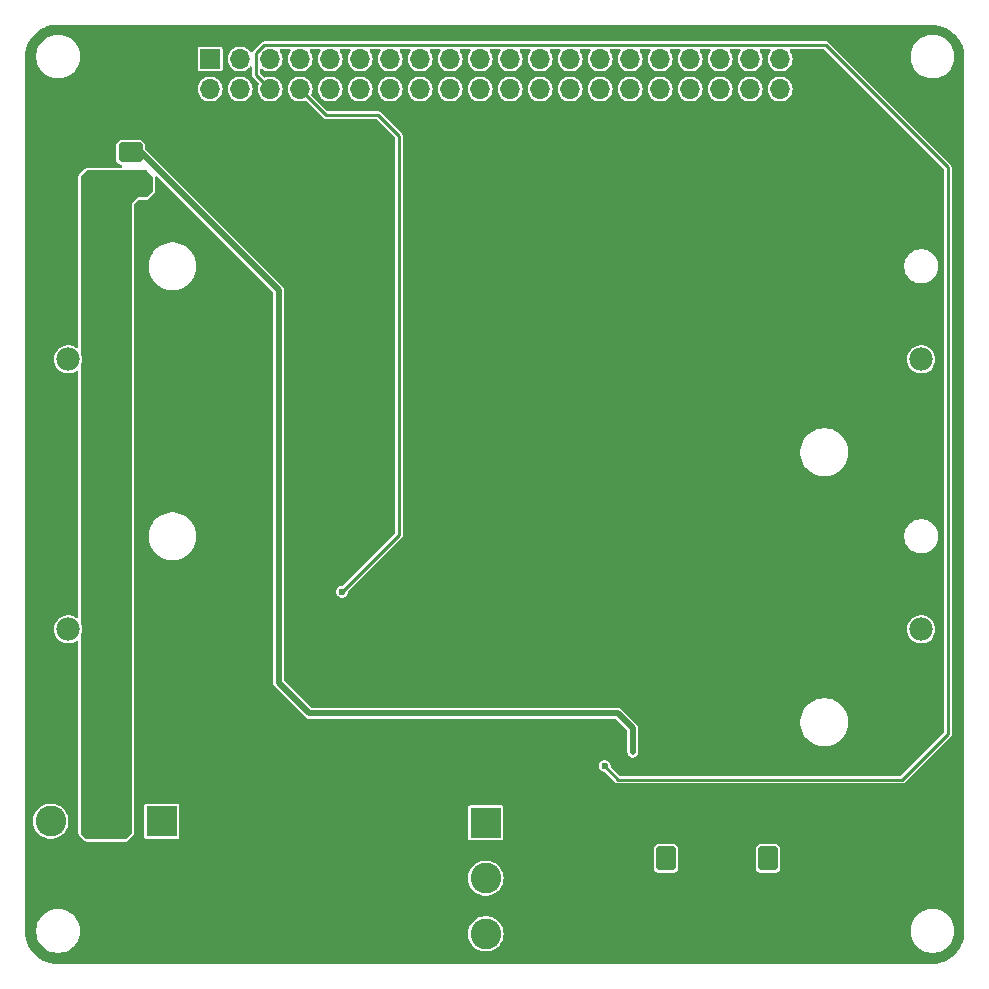
<source format=gbl>
%TF.GenerationSoftware,KiCad,Pcbnew,8.0.6*%
%TF.CreationDate,2024-11-27T19:42:17+03:00*%
%TF.ProjectId,EPSv3,45505376-332e-46b6-9963-61645f706362,rev?*%
%TF.SameCoordinates,Original*%
%TF.FileFunction,Copper,L2,Bot*%
%TF.FilePolarity,Positive*%
%FSLAX46Y46*%
G04 Gerber Fmt 4.6, Leading zero omitted, Abs format (unit mm)*
G04 Created by KiCad (PCBNEW 8.0.6) date 2024-11-27 19:42:17*
%MOMM*%
%LPD*%
G01*
G04 APERTURE LIST*
G04 Aperture macros list*
%AMRoundRect*
0 Rectangle with rounded corners*
0 $1 Rounding radius*
0 $2 $3 $4 $5 $6 $7 $8 $9 X,Y pos of 4 corners*
0 Add a 4 corners polygon primitive as box body*
4,1,4,$2,$3,$4,$5,$6,$7,$8,$9,$2,$3,0*
0 Add four circle primitives for the rounded corners*
1,1,$1+$1,$2,$3*
1,1,$1+$1,$4,$5*
1,1,$1+$1,$6,$7*
1,1,$1+$1,$8,$9*
0 Add four rect primitives between the rounded corners*
20,1,$1+$1,$2,$3,$4,$5,0*
20,1,$1+$1,$4,$5,$6,$7,0*
20,1,$1+$1,$6,$7,$8,$9,0*
20,1,$1+$1,$8,$9,$2,$3,0*%
G04 Aperture macros list end*
%TA.AperFunction,ComponentPad*%
%ADD10RoundRect,0.250000X-0.600000X-0.750000X0.600000X-0.750000X0.600000X0.750000X-0.600000X0.750000X0*%
%TD*%
%TA.AperFunction,ComponentPad*%
%ADD11O,1.700000X2.000000*%
%TD*%
%TA.AperFunction,ComponentPad*%
%ADD12R,2.595000X2.595000*%
%TD*%
%TA.AperFunction,ComponentPad*%
%ADD13C,2.595000*%
%TD*%
%TA.AperFunction,ComponentPad*%
%ADD14RoundRect,0.250000X-0.750000X0.600000X-0.750000X-0.600000X0.750000X-0.600000X0.750000X0.600000X0*%
%TD*%
%TA.AperFunction,ComponentPad*%
%ADD15O,2.000000X1.700000*%
%TD*%
%TA.AperFunction,ComponentPad*%
%ADD16O,1.100000X1.700000*%
%TD*%
%TA.AperFunction,ComponentPad*%
%ADD17R,1.700000X1.700000*%
%TD*%
%TA.AperFunction,ComponentPad*%
%ADD18O,1.700000X1.700000*%
%TD*%
%TA.AperFunction,ComponentPad*%
%ADD19C,1.980000*%
%TD*%
%TA.AperFunction,ViaPad*%
%ADD20C,0.600000*%
%TD*%
%TA.AperFunction,ViaPad*%
%ADD21C,0.500000*%
%TD*%
%TA.AperFunction,Conductor*%
%ADD22C,0.500000*%
%TD*%
%TA.AperFunction,Conductor*%
%ADD23C,0.250000*%
%TD*%
G04 APERTURE END LIST*
D10*
%TO.P,J2,1,Pin_1*%
%TO.N,Net-(J2-Pin_1)*%
X113494606Y-116859982D03*
D11*
%TO.P,J2,2,Pin_2*%
%TO.N,GND*%
X115994606Y-116859982D03*
%TD*%
D12*
%TO.P,S1,1,NC*%
%TO.N,Net-(S1-NC)*%
X89598606Y-113831982D03*
D13*
%TO.P,S1,2,COM*%
%TO.N,/VIN*%
X89598606Y-118531982D03*
%TO.P,S1,3,NO*%
%TO.N,Net-(S1-NO)*%
X89598606Y-123231982D03*
%TD*%
D12*
%TO.P,S3,1,NC*%
%TO.N,Net-(S3-NC)*%
X62166606Y-113705982D03*
D13*
%TO.P,S3,2,COM*%
%TO.N,Net-(J4-Pin_2)*%
X57466606Y-113705982D03*
%TO.P,S3,3,NO*%
%TO.N,unconnected-(S3-NO-Pad3)*%
X52766606Y-113705982D03*
%TD*%
D14*
%TO.P,J4,1,Pin_1*%
%TO.N,+5V*%
X59520606Y-57083982D03*
D15*
%TO.P,J4,2,Pin_2*%
%TO.N,Net-(J4-Pin_2)*%
X59520606Y-59583982D03*
%TD*%
D16*
%TO.P,J3,S1,SHIELD*%
%TO.N,GND*%
X69022606Y-119849982D03*
X69022606Y-123649982D03*
X77662606Y-119849982D03*
X77662606Y-123649982D03*
%TD*%
D10*
%TO.P,J1,1,Pin_1*%
%TO.N,Net-(J1-Pin_1)*%
X104858606Y-116859982D03*
D11*
%TO.P,J1,2,Pin_2*%
%TO.N,GND*%
X107358606Y-116859982D03*
%TD*%
D17*
%TO.P,J5,1,Pin_1*%
%TO.N,+5V*%
X66260606Y-49169982D03*
D18*
%TO.P,J5,2,Pin_2*%
%TO.N,+3.3V*%
X66260606Y-51709982D03*
%TO.P,J5,3,Pin_3*%
%TO.N,unconnected-(J5-Pin_3-Pad3)*%
X68800606Y-49169982D03*
%TO.P,J5,4,Pin_4*%
%TO.N,unconnected-(J5-Pin_4-Pad4)*%
X68800606Y-51709982D03*
%TO.P,J5,5,Pin_5*%
%TO.N,unconnected-(J5-Pin_5-Pad5)*%
X71340606Y-49169982D03*
%TO.P,J5,6,Pin_6*%
%TO.N,/ANA1*%
X71340606Y-51709982D03*
%TO.P,J5,7,Pin_7*%
%TO.N,unconnected-(J5-Pin_7-Pad7)*%
X73880606Y-49169982D03*
%TO.P,J5,8,Pin_8*%
%TO.N,/ANA3*%
X73880606Y-51709982D03*
%TO.P,J5,9,Pin_9*%
%TO.N,unconnected-(J5-Pin_9-Pad9)*%
X76420606Y-49169982D03*
%TO.P,J5,10,Pin_10*%
%TO.N,unconnected-(J5-Pin_10-Pad10)*%
X76420606Y-51709982D03*
%TO.P,J5,11,Pin_11*%
%TO.N,unconnected-(J5-Pin_11-Pad11)*%
X78960606Y-49169982D03*
%TO.P,J5,12,Pin_12*%
%TO.N,unconnected-(J5-Pin_12-Pad12)*%
X78960606Y-51709982D03*
%TO.P,J5,13,Pin_13*%
%TO.N,unconnected-(J5-Pin_13-Pad13)*%
X81500606Y-49169982D03*
%TO.P,J5,14,Pin_14*%
%TO.N,unconnected-(J5-Pin_14-Pad14)*%
X81500606Y-51709982D03*
%TO.P,J5,15,Pin_15*%
%TO.N,unconnected-(J5-Pin_15-Pad15)*%
X84040606Y-49169982D03*
%TO.P,J5,16,Pin_16*%
%TO.N,unconnected-(J5-Pin_16-Pad16)*%
X84040606Y-51709982D03*
%TO.P,J5,17,Pin_17*%
%TO.N,unconnected-(J5-Pin_17-Pad17)*%
X86580606Y-49169982D03*
%TO.P,J5,18,Pin_18*%
%TO.N,unconnected-(J5-Pin_18-Pad18)*%
X86580606Y-51709982D03*
%TO.P,J5,19,Pin_19*%
%TO.N,unconnected-(J5-Pin_19-Pad19)*%
X89120606Y-49169982D03*
%TO.P,J5,20,Pin_20*%
%TO.N,/ANA2*%
X89120606Y-51709982D03*
%TO.P,J5,21,Pin_21*%
%TO.N,unconnected-(J5-Pin_21-Pad21)*%
X91660606Y-49169982D03*
%TO.P,J5,22,Pin_22*%
%TO.N,unconnected-(J5-Pin_22-Pad22)*%
X91660606Y-51709982D03*
%TO.P,J5,23,Pin_23*%
%TO.N,unconnected-(J5-Pin_23-Pad23)*%
X94200606Y-49169982D03*
%TO.P,J5,24,Pin_24*%
%TO.N,unconnected-(J5-Pin_24-Pad24)*%
X94200606Y-51709982D03*
%TO.P,J5,25,Pin_25*%
%TO.N,unconnected-(J5-Pin_25-Pad25)*%
X96740606Y-49169982D03*
%TO.P,J5,26,Pin_26*%
%TO.N,unconnected-(J5-Pin_26-Pad26)*%
X96740606Y-51709982D03*
%TO.P,J5,27,Pin_27*%
%TO.N,unconnected-(J5-Pin_27-Pad27)*%
X99280606Y-49169982D03*
%TO.P,J5,28,Pin_28*%
%TO.N,unconnected-(J5-Pin_28-Pad28)*%
X99280606Y-51709982D03*
%TO.P,J5,29,Pin_29*%
%TO.N,unconnected-(J5-Pin_29-Pad29)*%
X101820606Y-49169982D03*
%TO.P,J5,30,Pin_30*%
%TO.N,unconnected-(J5-Pin_30-Pad30)*%
X101820606Y-51709982D03*
%TO.P,J5,31,Pin_31*%
%TO.N,unconnected-(J5-Pin_31-Pad31)*%
X104360606Y-49169982D03*
%TO.P,J5,32,Pin_32*%
%TO.N,unconnected-(J5-Pin_32-Pad32)*%
X104360606Y-51709982D03*
%TO.P,J5,33,Pin_33*%
%TO.N,unconnected-(J5-Pin_33-Pad33)*%
X106900606Y-49169982D03*
%TO.P,J5,34,Pin_34*%
%TO.N,unconnected-(J5-Pin_34-Pad34)*%
X106900606Y-51709982D03*
%TO.P,J5,35,Pin_35*%
%TO.N,unconnected-(J5-Pin_35-Pad35)*%
X109440606Y-49169982D03*
%TO.P,J5,36,Pin_36*%
%TO.N,unconnected-(J5-Pin_36-Pad36)*%
X109440606Y-51709982D03*
%TO.P,J5,37,Pin_37*%
%TO.N,unconnected-(J5-Pin_37-Pad37)*%
X111980606Y-49169982D03*
%TO.P,J5,38,Pin_38*%
%TO.N,+5V*%
X111980606Y-51709982D03*
%TO.P,J5,39,Pin_39*%
%TO.N,+BATT*%
X114520606Y-49169982D03*
%TO.P,J5,40,Pin_40*%
X114520606Y-51709982D03*
%TD*%
D19*
%TO.P,BT2,N*%
%TO.N,Net-(U3-D)*%
X54250606Y-74589982D03*
%TO.P,BT2,P*%
%TO.N,+BATT*%
X126470606Y-74589982D03*
%TD*%
%TO.P,BT1,N*%
%TO.N,Net-(U3-D)*%
X54250606Y-97449982D03*
%TO.P,BT1,P*%
%TO.N,+BATT*%
X126470606Y-97449982D03*
%TD*%
D20*
%TO.N,GND*%
X107360606Y-115019982D03*
X85360606Y-65019982D03*
X109360606Y-121019982D03*
X111360606Y-119019982D03*
X81360606Y-87019982D03*
X119360606Y-51019982D03*
X99360606Y-111019982D03*
X101360606Y-121019982D03*
X65360606Y-111019982D03*
X75360606Y-109019982D03*
X107360606Y-67019982D03*
X105360606Y-57019982D03*
X54360606Y-61019982D03*
X115360606Y-123019982D03*
X85360606Y-79019982D03*
X51360606Y-93019982D03*
X111360606Y-115019982D03*
X95360606Y-55019982D03*
X73360606Y-87019982D03*
X105360606Y-93019982D03*
X67360606Y-125019982D03*
X123360606Y-47019982D03*
X121360606Y-57019982D03*
X69360606Y-75019982D03*
X97360606Y-113019982D03*
X123360606Y-115019982D03*
X109360606Y-101019982D03*
X52360606Y-59019982D03*
X121360606Y-105019982D03*
X65360606Y-87019982D03*
X113360606Y-125019982D03*
X127360606Y-119019982D03*
X63360606Y-121019982D03*
X59360606Y-117019982D03*
X115360606Y-63019982D03*
X60360606Y-63019982D03*
X99360606Y-115019982D03*
X123360606Y-59019982D03*
X64360606Y-63019982D03*
X79360606Y-117019982D03*
X56360606Y-55019982D03*
X51360606Y-65019982D03*
X113360606Y-61019982D03*
X109360606Y-113019982D03*
X109360606Y-65019982D03*
X97360606Y-89019982D03*
X56360606Y-51019982D03*
X57360606Y-123019982D03*
X79360606Y-89019982D03*
X89360606Y-93019982D03*
X55360606Y-125019982D03*
X52360606Y-51019982D03*
X111360606Y-103019982D03*
X101360606Y-117019982D03*
X79360606Y-77019982D03*
X105360606Y-85019982D03*
X73360606Y-107019982D03*
X51360606Y-109019982D03*
X109360606Y-125019982D03*
X64360606Y-47019982D03*
X75360606Y-81019982D03*
X75360606Y-77019982D03*
X54360606Y-65019982D03*
X101360606Y-65019982D03*
X67360606Y-109019982D03*
X61360606Y-119019982D03*
X97360606Y-93019982D03*
X87360606Y-113019982D03*
X119360606Y-123019982D03*
X91360606Y-55019982D03*
X119360606Y-119019982D03*
X103360606Y-95019982D03*
X107360606Y-119019982D03*
X115360606Y-107019982D03*
X81360606Y-103019982D03*
X67360606Y-77019982D03*
X77360606Y-111019982D03*
X81357148Y-53052341D03*
X103360606Y-87019982D03*
X123360606Y-123019982D03*
X87360606Y-95019982D03*
X85360606Y-57019982D03*
X79360606Y-113019982D03*
X81360606Y-111019982D03*
X69360606Y-115019982D03*
X119360606Y-87019982D03*
X65360606Y-115019982D03*
X61360606Y-79019982D03*
X51360606Y-61019982D03*
X93360606Y-125019982D03*
X63360606Y-93019982D03*
X117360606Y-65019982D03*
X55360606Y-117019982D03*
X79360606Y-97019982D03*
X71360606Y-109019982D03*
X79360606Y-101019982D03*
X109360606Y-93019982D03*
X101360606Y-125019982D03*
X109360606Y-85019982D03*
X115360606Y-55019982D03*
X103360606Y-67019982D03*
X129360606Y-53019982D03*
X117360606Y-85019982D03*
X125360606Y-121019982D03*
X79360606Y-85019982D03*
X103360606Y-63019982D03*
X111360606Y-55019982D03*
X113360606Y-53019982D03*
X121360606Y-61019982D03*
X54360606Y-53019982D03*
X91360606Y-95019982D03*
X97360606Y-97019982D03*
X107360606Y-59019982D03*
X73360606Y-79019982D03*
X97360606Y-121019982D03*
X111360606Y-63019982D03*
X103360606Y-119019982D03*
X107360606Y-99019982D03*
X127360606Y-103019982D03*
X125360606Y-105019982D03*
X97360606Y-125019982D03*
X65360606Y-79019982D03*
X65360606Y-99019982D03*
X81360606Y-75019982D03*
X119360606Y-59019982D03*
X117360606Y-121019982D03*
X95360606Y-119019982D03*
X125360606Y-57019982D03*
X93360606Y-57019982D03*
X67360606Y-105019982D03*
X51360606Y-81019982D03*
X51360606Y-121019982D03*
X103360606Y-99019982D03*
X75360606Y-125019982D03*
X115360606Y-59019982D03*
X69360606Y-103019982D03*
X69360606Y-111019982D03*
X123360606Y-99019982D03*
X93360606Y-121019982D03*
X77360606Y-107019982D03*
X57360606Y-119019982D03*
X61360606Y-87019982D03*
X79360606Y-125019982D03*
X129360606Y-121019982D03*
X109360606Y-117019982D03*
X51360606Y-73019982D03*
X71360606Y-125019982D03*
X107360606Y-95019982D03*
X129360606Y-113019982D03*
X129360606Y-117019982D03*
X115360606Y-99019982D03*
X121360606Y-85019982D03*
X95360606Y-107019982D03*
X65360606Y-123019982D03*
X68360606Y-63019982D03*
X95360606Y-123019982D03*
X95360606Y-111019982D03*
X99360606Y-87019982D03*
X107360606Y-107019982D03*
X105360606Y-125019982D03*
X101360606Y-89019982D03*
X127360606Y-59019982D03*
X75360606Y-101019982D03*
X123360606Y-103019982D03*
X70360606Y-53019982D03*
X109360606Y-89019982D03*
X85360606Y-61019982D03*
X71360606Y-105019982D03*
X54360606Y-57019982D03*
X52360606Y-55019982D03*
X123360606Y-67019982D03*
X117360606Y-57019982D03*
X52360606Y-63019982D03*
X51360606Y-97019982D03*
X113360606Y-121019982D03*
X63360606Y-81019982D03*
X51360606Y-53019982D03*
X115360606Y-95019982D03*
X105360606Y-65019982D03*
X121360606Y-117019982D03*
X119360606Y-115019982D03*
X65360606Y-103019982D03*
X83360606Y-55019982D03*
X113360606Y-89019982D03*
X73360606Y-75019982D03*
X123360606Y-63019982D03*
X111360606Y-95019982D03*
X83360606Y-77019982D03*
X53360606Y-119019982D03*
X107360606Y-103019982D03*
X91360606Y-59019982D03*
X97360606Y-57019982D03*
X73360606Y-123019982D03*
X83360606Y-81019982D03*
X113360606Y-85019982D03*
X61360606Y-75019982D03*
X53360606Y-111019982D03*
X61360606Y-123019982D03*
X51360606Y-57019982D03*
X121360606Y-65019982D03*
X103360606Y-115019982D03*
X53360606Y-103019982D03*
X125360606Y-125019982D03*
X69360606Y-79019982D03*
X95360606Y-87019982D03*
X119360606Y-67019982D03*
X53360606Y-107019982D03*
X51360606Y-69019982D03*
X81360606Y-99019982D03*
X81360606Y-107019982D03*
X51360606Y-105019982D03*
X75360606Y-89019982D03*
X117360606Y-61019982D03*
X113360606Y-105019982D03*
X65360606Y-75019982D03*
X129360606Y-109019982D03*
X81360606Y-95019982D03*
X65360606Y-91019982D03*
X77360606Y-75019982D03*
X117360606Y-93019982D03*
X99360606Y-99019982D03*
X73360606Y-111019982D03*
X59360606Y-125019982D03*
X67360606Y-121019982D03*
X115360606Y-103019982D03*
X75360606Y-85019982D03*
X117360606Y-49019982D03*
X99360606Y-63019982D03*
X91360606Y-99019982D03*
X55360606Y-121019982D03*
X87360606Y-109019982D03*
X63360606Y-125019982D03*
X67360606Y-101019982D03*
X127360606Y-115019982D03*
X121360606Y-53019982D03*
X51360606Y-89019982D03*
X115360606Y-119019982D03*
X67360606Y-113019982D03*
X67360606Y-117019982D03*
X69360606Y-107019982D03*
X121360606Y-121019982D03*
X117360606Y-125019982D03*
X123360606Y-55019982D03*
X105360606Y-61019982D03*
X61360606Y-83019982D03*
X89360606Y-57019982D03*
X119360606Y-55019982D03*
X87360606Y-99019982D03*
X105360606Y-89019982D03*
X56360606Y-47019982D03*
X97360606Y-117019982D03*
X107360606Y-123019982D03*
X83360606Y-63019982D03*
X115360606Y-67019982D03*
X101360606Y-57019982D03*
X99360606Y-95019982D03*
X99360606Y-55019982D03*
X87360606Y-81019982D03*
X77360606Y-103019982D03*
X77360606Y-87019982D03*
X63360606Y-77019982D03*
X109360606Y-105019982D03*
X123360606Y-91019982D03*
X63360606Y-117019982D03*
X95360606Y-115019982D03*
X95360606Y-99019982D03*
X93360606Y-97019982D03*
X51360606Y-117019982D03*
X67360606Y-81019982D03*
X73360606Y-115019982D03*
X93360606Y-113019982D03*
X93360606Y-93019982D03*
X117360606Y-117019982D03*
X103360606Y-55019982D03*
X121360606Y-89019982D03*
X65360606Y-107019982D03*
X107360606Y-55019982D03*
X87360606Y-55019982D03*
X77360606Y-91019982D03*
X117360606Y-53019982D03*
X109360606Y-57019982D03*
X83360606Y-59019982D03*
X105360606Y-121019982D03*
X123360606Y-107019982D03*
X99360606Y-123019982D03*
X111360606Y-123019982D03*
X99360606Y-119019982D03*
X77360606Y-115019982D03*
X125360606Y-101019982D03*
X79360606Y-109019982D03*
X101360606Y-85019982D03*
X75360606Y-113019982D03*
X71360606Y-113019982D03*
X113360606Y-65019982D03*
X123360606Y-119019982D03*
X123360606Y-95019982D03*
X115360606Y-115019982D03*
X51360606Y-101019982D03*
X113360606Y-101019982D03*
X99360606Y-59019982D03*
X69360606Y-99019982D03*
X103360606Y-123019982D03*
X81360606Y-79019982D03*
X117360606Y-113019982D03*
X63360606Y-85019982D03*
X101360606Y-93019982D03*
X85360606Y-75019982D03*
X79360606Y-81019982D03*
X77360606Y-99019982D03*
X121360606Y-125019982D03*
X97360606Y-61019982D03*
X51360606Y-85019982D03*
X65360606Y-83019982D03*
X93360606Y-109019982D03*
X125360606Y-65019982D03*
X95360606Y-95019982D03*
X109360606Y-61019982D03*
X125360606Y-117019982D03*
X111360606Y-67019982D03*
X111360606Y-107019982D03*
X89360606Y-97019982D03*
X107360606Y-87019982D03*
X87360606Y-59019982D03*
X77360606Y-53019982D03*
X107360606Y-63019982D03*
X111360606Y-87019982D03*
X51360606Y-77019982D03*
X125360606Y-61019982D03*
X93360606Y-117019982D03*
X59360606Y-121019982D03*
X77360606Y-79019982D03*
X103360606Y-59019982D03*
X113360606Y-57019982D03*
X127360606Y-63019982D03*
X113360606Y-93019982D03*
X65360606Y-119019982D03*
X111360606Y-99019982D03*
D21*
%TO.N,+5V*%
X102044606Y-107863982D03*
X72072606Y-91963582D03*
X72072606Y-90947582D03*
X72072606Y-92979582D03*
X102044606Y-105831982D03*
X102044606Y-106847982D03*
D20*
%TO.N,/ANA1*%
X99652606Y-109027982D03*
%TO.N,/ANA3*%
X77432006Y-94274982D03*
%TD*%
D22*
%TO.N,+5V*%
X102044606Y-106847982D02*
X102044606Y-105831982D01*
X72072606Y-92979582D02*
X72072606Y-102021982D01*
X100774606Y-104561982D02*
X102044606Y-105831982D01*
X72072606Y-102021982D02*
X74612606Y-104561982D01*
X60408606Y-57083982D02*
X59520606Y-57083982D01*
X72072606Y-90947582D02*
X72072606Y-68747982D01*
X102044606Y-107863982D02*
X102044606Y-106847982D01*
X72072606Y-92979582D02*
X72072606Y-91963582D01*
X72072606Y-68747982D02*
X60408606Y-57083982D01*
X74612606Y-104561982D02*
X87360606Y-104561982D01*
X72072606Y-91963582D02*
X72072606Y-90947582D01*
X87360606Y-104561982D02*
X100774606Y-104561982D01*
D23*
%TO.N,/ANA1*%
X100800006Y-110175382D02*
X124879206Y-110175382D01*
X128714606Y-106339982D02*
X128714606Y-58333982D01*
X99652606Y-109027982D02*
X100800006Y-110175382D01*
X118375606Y-47994982D02*
X70853905Y-47994982D01*
X70165606Y-48683281D02*
X70165606Y-50534982D01*
X99631606Y-109006982D02*
X99652606Y-109027982D01*
X124879206Y-110175382D02*
X128714606Y-106339982D01*
X70165606Y-50534982D02*
X71340606Y-51709982D01*
X70853905Y-47994982D02*
X70165606Y-48683281D01*
X128714606Y-58333982D02*
X118375606Y-47994982D01*
%TO.N,/ANA3*%
X80504606Y-53919982D02*
X76060606Y-53919982D01*
X82232606Y-55647982D02*
X80504606Y-53919982D01*
X77432006Y-94274982D02*
X82232606Y-89474382D01*
X82232606Y-89474382D02*
X82232606Y-55647982D01*
X73880606Y-51739982D02*
X73880606Y-51709982D01*
X76060606Y-53919982D02*
X73880606Y-51739982D01*
%TD*%
%TA.AperFunction,Conductor*%
%TO.N,GND*%
G36*
X127305608Y-46272477D02*
G01*
X127305939Y-46272500D01*
X127313928Y-46272500D01*
X127376339Y-46272500D01*
X127383291Y-46272694D01*
X127680716Y-46289399D01*
X127694523Y-46290955D01*
X127984774Y-46340273D01*
X127998325Y-46343366D01*
X128281236Y-46424873D01*
X128294344Y-46429460D01*
X128566347Y-46542129D01*
X128578869Y-46548159D01*
X128836547Y-46690575D01*
X128848301Y-46697960D01*
X129088425Y-46868339D01*
X129099283Y-46876999D01*
X129252638Y-47014046D01*
X129318799Y-47073172D01*
X129328632Y-47083004D01*
X129389804Y-47151456D01*
X129524816Y-47302536D01*
X129533475Y-47313394D01*
X129591221Y-47394779D01*
X129703842Y-47553505D01*
X129711240Y-47565279D01*
X129853648Y-47822948D01*
X129859681Y-47835476D01*
X129972343Y-48107467D01*
X129976936Y-48120593D01*
X130058437Y-48403491D01*
X130061531Y-48417047D01*
X130110845Y-48707288D01*
X130112402Y-48721106D01*
X130129129Y-49018959D01*
X130129324Y-49025912D01*
X130129324Y-123036223D01*
X130129129Y-123043176D01*
X130112425Y-123340599D01*
X130110868Y-123354417D01*
X130061554Y-123644659D01*
X130058460Y-123658216D01*
X129976956Y-123941120D01*
X129972363Y-123954244D01*
X129859702Y-124226235D01*
X129853669Y-124238764D01*
X129711259Y-124496435D01*
X129703861Y-124508209D01*
X129533498Y-124748315D01*
X129524828Y-124759187D01*
X129328648Y-124978713D01*
X129318815Y-124988545D01*
X129099303Y-125184715D01*
X129088432Y-125193385D01*
X128848323Y-125363753D01*
X128836549Y-125371151D01*
X128578883Y-125513560D01*
X128566354Y-125519594D01*
X128294359Y-125632259D01*
X128281234Y-125636852D01*
X127998331Y-125718357D01*
X127984774Y-125721451D01*
X127694532Y-125770766D01*
X127680715Y-125772323D01*
X127383625Y-125789010D01*
X127376671Y-125789205D01*
X127313926Y-125789205D01*
X53343474Y-125789498D01*
X53336522Y-125789303D01*
X53039107Y-125772602D01*
X53025288Y-125771045D01*
X52735046Y-125721730D01*
X52721489Y-125718636D01*
X52438586Y-125637133D01*
X52425462Y-125632540D01*
X52153472Y-125519879D01*
X52140943Y-125513846D01*
X51883273Y-125371436D01*
X51871499Y-125364038D01*
X51631395Y-125193676D01*
X51620523Y-125185006D01*
X51401002Y-124988830D01*
X51391169Y-124978997D01*
X51194993Y-124759476D01*
X51186323Y-124748604D01*
X51015961Y-124508500D01*
X51008563Y-124496726D01*
X50920768Y-124337874D01*
X50866149Y-124239049D01*
X50860120Y-124226527D01*
X50747459Y-123954537D01*
X50742866Y-123941413D01*
X50661363Y-123658510D01*
X50658269Y-123644953D01*
X50647930Y-123584104D01*
X50608953Y-123354703D01*
X50607397Y-123340892D01*
X50601281Y-123231987D01*
X50590695Y-123043472D01*
X50590500Y-123036518D01*
X50590503Y-122866711D01*
X51541500Y-122866711D01*
X51541500Y-123109288D01*
X51573161Y-123349785D01*
X51635947Y-123584104D01*
X51728773Y-123808205D01*
X51728776Y-123808212D01*
X51850064Y-124018289D01*
X51850066Y-124018292D01*
X51850067Y-124018293D01*
X51997733Y-124210736D01*
X51997739Y-124210743D01*
X52169256Y-124382260D01*
X52169262Y-124382265D01*
X52361711Y-124529936D01*
X52571788Y-124651224D01*
X52795900Y-124744054D01*
X53030211Y-124806838D01*
X53210586Y-124830584D01*
X53270711Y-124838500D01*
X53270712Y-124838500D01*
X53513289Y-124838500D01*
X53561388Y-124832167D01*
X53753789Y-124806838D01*
X53988100Y-124744054D01*
X54212212Y-124651224D01*
X54422289Y-124529936D01*
X54614738Y-124382265D01*
X54786265Y-124210738D01*
X54933936Y-124018289D01*
X55055224Y-123808212D01*
X55148054Y-123584100D01*
X55210838Y-123349789D01*
X55226348Y-123231976D01*
X88095472Y-123231976D01*
X88095472Y-123231987D01*
X88115972Y-123479386D01*
X88176915Y-123720047D01*
X88276639Y-123947396D01*
X88322956Y-124018289D01*
X88412422Y-124155226D01*
X88580561Y-124337874D01*
X88776470Y-124490355D01*
X88994804Y-124608512D01*
X89229608Y-124689120D01*
X89474478Y-124729982D01*
X89474479Y-124729982D01*
X89722733Y-124729982D01*
X89722734Y-124729982D01*
X89967604Y-124689120D01*
X90202408Y-124608512D01*
X90420742Y-124490355D01*
X90616651Y-124337874D01*
X90784790Y-124155226D01*
X90920573Y-123947395D01*
X91020296Y-123720049D01*
X91081239Y-123479390D01*
X91091978Y-123349789D01*
X91101740Y-123231987D01*
X91101740Y-123231976D01*
X91081239Y-122984577D01*
X91081239Y-122984574D01*
X91051392Y-122866711D01*
X125581324Y-122866711D01*
X125581324Y-123109288D01*
X125612985Y-123349785D01*
X125675771Y-123584104D01*
X125768597Y-123808205D01*
X125768600Y-123808212D01*
X125889888Y-124018289D01*
X125889890Y-124018292D01*
X125889891Y-124018293D01*
X126037557Y-124210736D01*
X126037563Y-124210743D01*
X126209080Y-124382260D01*
X126209086Y-124382265D01*
X126401535Y-124529936D01*
X126611612Y-124651224D01*
X126835724Y-124744054D01*
X127070035Y-124806838D01*
X127250410Y-124830584D01*
X127310535Y-124838500D01*
X127310536Y-124838500D01*
X127553113Y-124838500D01*
X127601212Y-124832167D01*
X127793613Y-124806838D01*
X128027924Y-124744054D01*
X128252036Y-124651224D01*
X128462113Y-124529936D01*
X128654562Y-124382265D01*
X128826089Y-124210738D01*
X128973760Y-124018289D01*
X129095048Y-123808212D01*
X129187878Y-123584100D01*
X129250662Y-123349789D01*
X129282324Y-123109288D01*
X129282324Y-122866712D01*
X129250662Y-122626211D01*
X129187878Y-122391900D01*
X129095048Y-122167788D01*
X128973760Y-121957711D01*
X128826089Y-121765262D01*
X128826084Y-121765256D01*
X128654567Y-121593739D01*
X128654560Y-121593733D01*
X128462117Y-121446067D01*
X128462116Y-121446066D01*
X128462113Y-121446064D01*
X128252036Y-121324776D01*
X128252029Y-121324773D01*
X128027928Y-121231947D01*
X127793609Y-121169161D01*
X127553113Y-121137500D01*
X127553112Y-121137500D01*
X127310536Y-121137500D01*
X127310535Y-121137500D01*
X127070038Y-121169161D01*
X126835719Y-121231947D01*
X126611618Y-121324773D01*
X126611609Y-121324777D01*
X126401530Y-121446067D01*
X126209087Y-121593733D01*
X126209080Y-121593739D01*
X126037563Y-121765256D01*
X126037557Y-121765263D01*
X125889891Y-121957706D01*
X125768601Y-122167785D01*
X125768597Y-122167794D01*
X125675771Y-122391895D01*
X125612985Y-122626214D01*
X125581324Y-122866711D01*
X91051392Y-122866711D01*
X91020296Y-122743915D01*
X90920573Y-122516569D01*
X90784790Y-122308738D01*
X90616651Y-122126090D01*
X90420742Y-121973609D01*
X90320566Y-121919396D01*
X90202409Y-121855452D01*
X90202403Y-121855450D01*
X89967606Y-121774844D01*
X89804357Y-121747602D01*
X89722734Y-121733982D01*
X89474478Y-121733982D01*
X89413260Y-121744197D01*
X89229605Y-121774844D01*
X88994808Y-121855450D01*
X88994802Y-121855452D01*
X88776468Y-121973610D01*
X88580563Y-122126088D01*
X88412423Y-122308736D01*
X88412420Y-122308740D01*
X88276639Y-122516567D01*
X88176915Y-122743916D01*
X88115972Y-122984577D01*
X88095472Y-123231976D01*
X55226348Y-123231976D01*
X55242500Y-123109288D01*
X55242500Y-122866712D01*
X55210838Y-122626211D01*
X55148054Y-122391900D01*
X55055224Y-122167788D01*
X54933936Y-121957711D01*
X54786265Y-121765262D01*
X54786260Y-121765256D01*
X54614743Y-121593739D01*
X54614736Y-121593733D01*
X54422293Y-121446067D01*
X54422292Y-121446066D01*
X54422289Y-121446064D01*
X54212212Y-121324776D01*
X54212205Y-121324773D01*
X53988104Y-121231947D01*
X53753785Y-121169161D01*
X53513289Y-121137500D01*
X53513288Y-121137500D01*
X53270712Y-121137500D01*
X53270711Y-121137500D01*
X53030214Y-121169161D01*
X52795895Y-121231947D01*
X52571794Y-121324773D01*
X52571785Y-121324777D01*
X52361706Y-121446067D01*
X52169263Y-121593733D01*
X52169256Y-121593739D01*
X51997739Y-121765256D01*
X51997733Y-121765263D01*
X51850067Y-121957706D01*
X51728777Y-122167785D01*
X51728773Y-122167794D01*
X51635947Y-122391895D01*
X51573161Y-122626214D01*
X51541500Y-122866711D01*
X50590503Y-122866711D01*
X50590584Y-118531976D01*
X88095472Y-118531976D01*
X88095472Y-118531987D01*
X88115972Y-118779386D01*
X88176915Y-119020047D01*
X88276639Y-119247396D01*
X88412420Y-119455223D01*
X88412422Y-119455226D01*
X88580561Y-119637874D01*
X88776470Y-119790355D01*
X88994804Y-119908512D01*
X89229608Y-119989120D01*
X89474478Y-120029982D01*
X89474479Y-120029982D01*
X89722733Y-120029982D01*
X89722734Y-120029982D01*
X89967604Y-119989120D01*
X90202408Y-119908512D01*
X90420742Y-119790355D01*
X90616651Y-119637874D01*
X90784790Y-119455226D01*
X90920573Y-119247395D01*
X91020296Y-119020049D01*
X91081239Y-118779390D01*
X91101740Y-118531982D01*
X91081239Y-118284574D01*
X91020296Y-118043915D01*
X90920573Y-117816569D01*
X90784790Y-117608738D01*
X90616651Y-117426090D01*
X90420742Y-117273609D01*
X90320566Y-117219396D01*
X90202409Y-117155452D01*
X90202403Y-117155450D01*
X89967606Y-117074844D01*
X89804357Y-117047602D01*
X89722734Y-117033982D01*
X89474478Y-117033982D01*
X89413260Y-117044197D01*
X89229605Y-117074844D01*
X88994808Y-117155450D01*
X88994802Y-117155452D01*
X88776468Y-117273610D01*
X88580563Y-117426088D01*
X88412423Y-117608736D01*
X88412420Y-117608740D01*
X88276639Y-117816567D01*
X88176915Y-118043916D01*
X88115972Y-118284577D01*
X88095472Y-118531976D01*
X50590584Y-118531976D01*
X50590631Y-116055712D01*
X103808106Y-116055712D01*
X103808106Y-117664251D01*
X103810959Y-117694681D01*
X103810959Y-117694683D01*
X103853610Y-117816569D01*
X103855813Y-117822864D01*
X103936456Y-117932132D01*
X104045724Y-118012775D01*
X104088451Y-118027726D01*
X104173905Y-118057628D01*
X104204336Y-118060482D01*
X104204340Y-118060482D01*
X105512876Y-118060482D01*
X105543305Y-118057628D01*
X105543307Y-118057628D01*
X105607396Y-118035201D01*
X105671488Y-118012775D01*
X105780756Y-117932132D01*
X105861399Y-117822864D01*
X105883825Y-117758772D01*
X105906252Y-117694683D01*
X105906252Y-117694681D01*
X105909106Y-117664251D01*
X105909106Y-116055712D01*
X112444106Y-116055712D01*
X112444106Y-117664251D01*
X112446959Y-117694681D01*
X112446959Y-117694683D01*
X112489610Y-117816569D01*
X112491813Y-117822864D01*
X112572456Y-117932132D01*
X112681724Y-118012775D01*
X112724451Y-118027726D01*
X112809905Y-118057628D01*
X112840336Y-118060482D01*
X112840340Y-118060482D01*
X114148876Y-118060482D01*
X114179305Y-118057628D01*
X114179307Y-118057628D01*
X114243396Y-118035201D01*
X114307488Y-118012775D01*
X114416756Y-117932132D01*
X114497399Y-117822864D01*
X114519825Y-117758772D01*
X114542252Y-117694683D01*
X114542252Y-117694681D01*
X114545106Y-117664251D01*
X114545106Y-116055712D01*
X114542252Y-116025282D01*
X114542252Y-116025280D01*
X114497399Y-115897101D01*
X114497398Y-115897099D01*
X114416756Y-115787832D01*
X114307488Y-115707189D01*
X114307486Y-115707188D01*
X114179306Y-115662335D01*
X114148876Y-115659482D01*
X114148872Y-115659482D01*
X112840340Y-115659482D01*
X112840336Y-115659482D01*
X112809906Y-115662335D01*
X112809904Y-115662335D01*
X112681725Y-115707188D01*
X112681723Y-115707189D01*
X112572456Y-115787832D01*
X112491813Y-115897099D01*
X112491812Y-115897101D01*
X112446959Y-116025280D01*
X112446959Y-116025282D01*
X112444106Y-116055712D01*
X105909106Y-116055712D01*
X105906252Y-116025282D01*
X105906252Y-116025280D01*
X105861399Y-115897101D01*
X105861398Y-115897099D01*
X105780756Y-115787832D01*
X105671488Y-115707189D01*
X105671486Y-115707188D01*
X105543306Y-115662335D01*
X105512876Y-115659482D01*
X105512872Y-115659482D01*
X104204340Y-115659482D01*
X104204336Y-115659482D01*
X104173906Y-115662335D01*
X104173904Y-115662335D01*
X104045725Y-115707188D01*
X104045723Y-115707189D01*
X103936456Y-115787832D01*
X103855813Y-115897099D01*
X103855812Y-115897101D01*
X103810959Y-116025280D01*
X103810959Y-116025282D01*
X103808106Y-116055712D01*
X50590631Y-116055712D01*
X50590675Y-113705976D01*
X51263472Y-113705976D01*
X51263472Y-113705987D01*
X51283972Y-113953386D01*
X51344915Y-114194047D01*
X51444639Y-114421396D01*
X51580420Y-114629223D01*
X51580422Y-114629226D01*
X51748561Y-114811874D01*
X51944470Y-114964355D01*
X52144822Y-115072780D01*
X52161327Y-115081713D01*
X52162804Y-115082512D01*
X52397608Y-115163120D01*
X52642478Y-115203982D01*
X52642479Y-115203982D01*
X52890733Y-115203982D01*
X52890734Y-115203982D01*
X53135604Y-115163120D01*
X53370408Y-115082512D01*
X53588742Y-114964355D01*
X53784651Y-114811874D01*
X53952790Y-114629226D01*
X54088573Y-114421395D01*
X54188296Y-114194049D01*
X54249239Y-113953390D01*
X54269740Y-113705982D01*
X54249239Y-113458574D01*
X54188296Y-113217915D01*
X54088573Y-112990569D01*
X53952790Y-112782738D01*
X53784651Y-112600090D01*
X53588742Y-112447609D01*
X53479951Y-112388734D01*
X53370409Y-112329452D01*
X53370403Y-112329450D01*
X53135606Y-112248844D01*
X52960434Y-112219613D01*
X52890734Y-112207982D01*
X52642478Y-112207982D01*
X52581260Y-112218197D01*
X52397605Y-112248844D01*
X52162808Y-112329450D01*
X52162802Y-112329452D01*
X51944468Y-112447610D01*
X51748563Y-112600088D01*
X51580423Y-112782736D01*
X51580420Y-112782740D01*
X51444639Y-112990567D01*
X51344915Y-113217916D01*
X51283972Y-113458577D01*
X51263472Y-113705976D01*
X50590675Y-113705976D01*
X50591407Y-74589981D01*
X53055006Y-74589981D01*
X53055006Y-74589982D01*
X53075362Y-74809672D01*
X53075363Y-74809674D01*
X53135740Y-75021878D01*
X53135746Y-75021893D01*
X53234086Y-75219384D01*
X53367047Y-75395453D01*
X53530096Y-75544091D01*
X53717681Y-75660239D01*
X53923415Y-75739941D01*
X54140290Y-75780482D01*
X54140292Y-75780482D01*
X54360920Y-75780482D01*
X54360922Y-75780482D01*
X54577797Y-75739941D01*
X54783531Y-75660239D01*
X54913828Y-75579561D01*
X54981189Y-75561006D01*
X55047888Y-75581814D01*
X55092750Y-75635379D01*
X55103106Y-75684989D01*
X55103106Y-96354974D01*
X55083421Y-96422013D01*
X55030617Y-96467768D01*
X54961459Y-96477712D01*
X54913829Y-96460401D01*
X54783537Y-96379728D01*
X54783530Y-96379724D01*
X54712517Y-96352214D01*
X54577797Y-96300023D01*
X54360922Y-96259482D01*
X54140290Y-96259482D01*
X53923415Y-96300023D01*
X53865968Y-96322277D01*
X53717681Y-96379724D01*
X53717679Y-96379725D01*
X53530100Y-96495870D01*
X53530098Y-96495871D01*
X53530096Y-96495873D01*
X53398106Y-96616197D01*
X53367046Y-96644512D01*
X53234086Y-96820579D01*
X53135746Y-97018070D01*
X53135740Y-97018085D01*
X53075363Y-97230289D01*
X53075362Y-97230291D01*
X53055006Y-97449981D01*
X53055006Y-97449982D01*
X53075362Y-97669672D01*
X53075363Y-97669674D01*
X53135740Y-97881878D01*
X53135746Y-97881893D01*
X53234086Y-98079384D01*
X53367047Y-98255453D01*
X53530096Y-98404091D01*
X53717681Y-98520239D01*
X53923415Y-98599941D01*
X54140290Y-98640482D01*
X54140292Y-98640482D01*
X54360920Y-98640482D01*
X54360922Y-98640482D01*
X54577797Y-98599941D01*
X54783531Y-98520239D01*
X54913828Y-98439561D01*
X54981189Y-98421006D01*
X55047888Y-98441814D01*
X55092750Y-98495379D01*
X55103106Y-98544989D01*
X55103106Y-114670620D01*
X55104284Y-114692600D01*
X55107117Y-114718947D01*
X55107118Y-114718949D01*
X55131076Y-114795460D01*
X55131077Y-114795465D01*
X55140038Y-114811875D01*
X55164562Y-114856787D01*
X55164564Y-114856790D01*
X55164566Y-114856793D01*
X55199604Y-114903597D01*
X55199608Y-114903601D01*
X55199615Y-114903611D01*
X55199619Y-114903615D01*
X55199622Y-114903618D01*
X55634971Y-115338968D01*
X55634972Y-115338969D01*
X55651322Y-115353656D01*
X55651336Y-115353668D01*
X55651344Y-115353675D01*
X55659742Y-115360442D01*
X55671985Y-115370309D01*
X55743030Y-115407472D01*
X55810062Y-115427155D01*
X55810064Y-115427155D01*
X55810070Y-115427157D01*
X55867968Y-115435482D01*
X55867972Y-115435482D01*
X59067245Y-115435482D01*
X59069786Y-115435345D01*
X59089213Y-115434304D01*
X59089220Y-115434303D01*
X59089224Y-115434303D01*
X59115571Y-115431470D01*
X59192088Y-115407511D01*
X59253411Y-115374026D01*
X59300235Y-115338973D01*
X59735597Y-114903611D01*
X59750299Y-114887244D01*
X59766933Y-114866602D01*
X59804096Y-114795557D01*
X59823781Y-114728518D01*
X59832106Y-114670620D01*
X59832106Y-112388729D01*
X60668606Y-112388729D01*
X60668606Y-115023234D01*
X60680237Y-115081711D01*
X60680238Y-115081712D01*
X60724553Y-115148034D01*
X60790875Y-115192349D01*
X60790876Y-115192350D01*
X60849353Y-115203981D01*
X60849356Y-115203982D01*
X60849358Y-115203982D01*
X63483856Y-115203982D01*
X63483857Y-115203981D01*
X63498674Y-115201034D01*
X63542335Y-115192350D01*
X63542335Y-115192349D01*
X63542337Y-115192349D01*
X63608658Y-115148034D01*
X63652973Y-115081713D01*
X63652973Y-115081711D01*
X63652974Y-115081711D01*
X63664605Y-115023234D01*
X63664606Y-115023232D01*
X63664606Y-112514729D01*
X88100606Y-112514729D01*
X88100606Y-115149234D01*
X88112237Y-115207711D01*
X88112238Y-115207712D01*
X88156553Y-115274034D01*
X88222875Y-115318349D01*
X88222876Y-115318350D01*
X88281353Y-115329981D01*
X88281356Y-115329982D01*
X88281358Y-115329982D01*
X90915856Y-115329982D01*
X90915857Y-115329981D01*
X90930674Y-115327034D01*
X90974335Y-115318350D01*
X90974335Y-115318349D01*
X90974337Y-115318349D01*
X91040658Y-115274034D01*
X91084973Y-115207713D01*
X91084973Y-115207711D01*
X91084974Y-115207711D01*
X91096605Y-115149234D01*
X91096606Y-115149232D01*
X91096606Y-112514731D01*
X91096605Y-112514729D01*
X91084974Y-112456252D01*
X91084973Y-112456251D01*
X91040658Y-112389929D01*
X90974336Y-112345614D01*
X90974335Y-112345613D01*
X90915858Y-112333982D01*
X90915854Y-112333982D01*
X88281358Y-112333982D01*
X88281353Y-112333982D01*
X88222876Y-112345613D01*
X88222875Y-112345614D01*
X88156553Y-112389929D01*
X88112238Y-112456251D01*
X88112237Y-112456252D01*
X88100606Y-112514729D01*
X63664606Y-112514729D01*
X63664606Y-112388731D01*
X63664605Y-112388729D01*
X63652974Y-112330252D01*
X63652973Y-112330251D01*
X63608658Y-112263929D01*
X63542336Y-112219614D01*
X63542335Y-112219613D01*
X63483858Y-112207982D01*
X63483854Y-112207982D01*
X60849358Y-112207982D01*
X60849353Y-112207982D01*
X60790876Y-112219613D01*
X60790875Y-112219614D01*
X60724553Y-112263929D01*
X60680238Y-112330251D01*
X60680237Y-112330252D01*
X60668606Y-112388729D01*
X59832106Y-112388729D01*
X59832106Y-89447230D01*
X61045106Y-89447230D01*
X61045106Y-89712733D01*
X61045107Y-89712749D01*
X61079762Y-89975983D01*
X61148485Y-90232460D01*
X61250087Y-90477750D01*
X61250095Y-90477767D01*
X61382846Y-90707696D01*
X61382857Y-90707712D01*
X61544485Y-90918350D01*
X61544491Y-90918357D01*
X61732230Y-91106096D01*
X61732236Y-91106101D01*
X61942884Y-91267737D01*
X61942891Y-91267741D01*
X62172820Y-91400492D01*
X62172825Y-91400494D01*
X62172828Y-91400496D01*
X62172832Y-91400497D01*
X62172837Y-91400500D01*
X62418128Y-91502102D01*
X62418126Y-91502102D01*
X62418132Y-91502103D01*
X62418133Y-91502104D01*
X62674603Y-91570825D01*
X62937848Y-91605482D01*
X62937855Y-91605482D01*
X63203357Y-91605482D01*
X63203364Y-91605482D01*
X63466609Y-91570825D01*
X63723079Y-91502104D01*
X63968384Y-91400496D01*
X64198328Y-91267737D01*
X64408976Y-91106101D01*
X64596725Y-90918352D01*
X64758361Y-90707704D01*
X64891120Y-90477760D01*
X64992728Y-90232455D01*
X65061449Y-89975985D01*
X65096106Y-89712740D01*
X65096106Y-89447224D01*
X65061449Y-89183979D01*
X64992728Y-88927509D01*
X64949180Y-88822375D01*
X64891124Y-88682213D01*
X64891116Y-88682196D01*
X64758365Y-88452267D01*
X64758361Y-88452260D01*
X64596725Y-88241612D01*
X64596720Y-88241606D01*
X64408981Y-88053867D01*
X64408974Y-88053861D01*
X64198336Y-87892233D01*
X64198334Y-87892231D01*
X64198328Y-87892227D01*
X64198323Y-87892224D01*
X64198320Y-87892222D01*
X63968391Y-87759471D01*
X63968374Y-87759463D01*
X63723083Y-87657861D01*
X63723085Y-87657861D01*
X63466607Y-87589138D01*
X63203373Y-87554483D01*
X63203370Y-87554482D01*
X63203364Y-87554482D01*
X62937848Y-87554482D01*
X62937842Y-87554482D01*
X62937838Y-87554483D01*
X62674604Y-87589138D01*
X62418127Y-87657861D01*
X62172837Y-87759463D01*
X62172820Y-87759471D01*
X61942891Y-87892222D01*
X61942875Y-87892233D01*
X61732237Y-88053861D01*
X61732230Y-88053867D01*
X61544491Y-88241606D01*
X61544485Y-88241613D01*
X61382857Y-88452251D01*
X61382846Y-88452267D01*
X61250095Y-88682196D01*
X61250087Y-88682213D01*
X61148485Y-88927503D01*
X61079762Y-89183980D01*
X61045107Y-89447214D01*
X61045106Y-89447230D01*
X59832106Y-89447230D01*
X59832106Y-66587230D01*
X61045106Y-66587230D01*
X61045106Y-66852733D01*
X61045107Y-66852749D01*
X61079762Y-67115983D01*
X61148485Y-67372460D01*
X61250087Y-67617750D01*
X61250095Y-67617767D01*
X61382846Y-67847696D01*
X61382857Y-67847712D01*
X61544485Y-68058350D01*
X61544491Y-68058357D01*
X61732230Y-68246096D01*
X61732236Y-68246101D01*
X61942884Y-68407737D01*
X61942891Y-68407741D01*
X62172820Y-68540492D01*
X62172825Y-68540494D01*
X62172828Y-68540496D01*
X62172832Y-68540497D01*
X62172837Y-68540500D01*
X62418128Y-68642102D01*
X62418126Y-68642102D01*
X62418132Y-68642103D01*
X62418133Y-68642104D01*
X62674603Y-68710825D01*
X62937848Y-68745482D01*
X62937855Y-68745482D01*
X63203357Y-68745482D01*
X63203364Y-68745482D01*
X63466609Y-68710825D01*
X63723079Y-68642104D01*
X63968384Y-68540496D01*
X64198328Y-68407737D01*
X64408976Y-68246101D01*
X64596725Y-68058352D01*
X64758361Y-67847704D01*
X64891120Y-67617760D01*
X64992728Y-67372455D01*
X65061449Y-67115985D01*
X65096106Y-66852740D01*
X65096106Y-66587224D01*
X65061449Y-66323979D01*
X64992728Y-66067509D01*
X64949180Y-65962375D01*
X64891124Y-65822213D01*
X64891116Y-65822196D01*
X64758365Y-65592267D01*
X64758361Y-65592260D01*
X64596725Y-65381612D01*
X64596720Y-65381606D01*
X64408981Y-65193867D01*
X64408974Y-65193861D01*
X64198336Y-65032233D01*
X64198334Y-65032231D01*
X64198328Y-65032227D01*
X64198323Y-65032224D01*
X64198320Y-65032222D01*
X63968391Y-64899471D01*
X63968374Y-64899463D01*
X63723083Y-64797861D01*
X63723085Y-64797861D01*
X63466607Y-64729138D01*
X63203373Y-64694483D01*
X63203370Y-64694482D01*
X63203364Y-64694482D01*
X62937848Y-64694482D01*
X62937842Y-64694482D01*
X62937838Y-64694483D01*
X62674604Y-64729138D01*
X62418127Y-64797861D01*
X62172837Y-64899463D01*
X62172820Y-64899471D01*
X61942891Y-65032222D01*
X61942875Y-65032233D01*
X61732237Y-65193861D01*
X61732230Y-65193867D01*
X61544491Y-65381606D01*
X61544485Y-65381613D01*
X61382857Y-65592251D01*
X61382846Y-65592267D01*
X61250095Y-65822196D01*
X61250087Y-65822213D01*
X61148485Y-66067503D01*
X61079762Y-66323980D01*
X61045107Y-66587214D01*
X61045106Y-66587230D01*
X59832106Y-66587230D01*
X59832106Y-61518463D01*
X59851791Y-61451424D01*
X59868425Y-61430782D01*
X60183406Y-61115801D01*
X60244729Y-61082316D01*
X60271087Y-61079482D01*
X60845245Y-61079482D01*
X60847786Y-61079345D01*
X60867213Y-61078304D01*
X60867220Y-61078303D01*
X60867224Y-61078303D01*
X60893571Y-61075470D01*
X60970088Y-61051511D01*
X61031411Y-61018026D01*
X61078235Y-60982973D01*
X61513597Y-60547611D01*
X61528299Y-60531244D01*
X61544933Y-60510602D01*
X61582096Y-60439557D01*
X61601781Y-60372518D01*
X61610106Y-60314620D01*
X61610106Y-59221947D01*
X61629791Y-59154908D01*
X61682595Y-59109153D01*
X61751753Y-59099209D01*
X61815309Y-59128234D01*
X61821787Y-59134266D01*
X71585787Y-68898266D01*
X71619272Y-68959589D01*
X71622106Y-68985947D01*
X71622106Y-90906488D01*
X71620844Y-90924134D01*
X71617473Y-90947581D01*
X71620844Y-90971027D01*
X71622106Y-90988674D01*
X71622106Y-91922488D01*
X71620844Y-91940134D01*
X71617473Y-91963581D01*
X71620844Y-91987027D01*
X71622106Y-92004674D01*
X71622106Y-92938488D01*
X71620844Y-92956134D01*
X71617473Y-92979581D01*
X71620844Y-93003027D01*
X71622106Y-93020674D01*
X71622106Y-102081290D01*
X71646318Y-102171654D01*
X71652806Y-102195867D01*
X71652806Y-102195868D01*
X71652807Y-102195869D01*
X71712117Y-102298596D01*
X74335992Y-104922471D01*
X74335993Y-104922472D01*
X74335995Y-104922473D01*
X74395299Y-104956711D01*
X74395302Y-104956714D01*
X74429543Y-104976482D01*
X74438720Y-104981781D01*
X74553297Y-105012482D01*
X87301297Y-105012482D01*
X100536641Y-105012482D01*
X100603680Y-105032167D01*
X100624322Y-105048801D01*
X101557787Y-105982266D01*
X101591272Y-106043589D01*
X101594106Y-106069947D01*
X101594106Y-106806888D01*
X101592844Y-106824534D01*
X101589473Y-106847981D01*
X101592844Y-106871427D01*
X101594106Y-106889074D01*
X101594106Y-107822888D01*
X101592844Y-107840534D01*
X101589473Y-107863981D01*
X101592844Y-107887427D01*
X101594106Y-107905074D01*
X101594106Y-107923292D01*
X101600597Y-107947519D01*
X101603558Y-107961958D01*
X101607907Y-107992204D01*
X101607908Y-107992207D01*
X101614892Y-108007500D01*
X101621870Y-108026909D01*
X101621873Y-108026922D01*
X101624807Y-108037868D01*
X101640776Y-108065527D01*
X101646180Y-108076009D01*
X101661724Y-108110045D01*
X101668218Y-108117540D01*
X101681897Y-108136749D01*
X101684116Y-108140594D01*
X101711526Y-108168004D01*
X101717558Y-108174482D01*
X101746557Y-108207949D01*
X101749091Y-108209577D01*
X101761503Y-108219580D01*
X101761547Y-108219524D01*
X101767987Y-108224465D01*
X101767993Y-108224471D01*
X101807477Y-108247267D01*
X101807484Y-108247271D01*
X101812524Y-108250343D01*
X101855536Y-108277986D01*
X101856832Y-108278577D01*
X101865777Y-108281733D01*
X101870713Y-108283777D01*
X101870720Y-108283781D01*
X101919546Y-108296863D01*
X101921384Y-108297356D01*
X101924186Y-108298142D01*
X101979834Y-108314482D01*
X102109378Y-108314482D01*
X102165032Y-108298139D01*
X102167849Y-108297350D01*
X102218492Y-108283781D01*
X102218498Y-108283777D01*
X102223427Y-108281736D01*
X102232374Y-108278579D01*
X102233668Y-108277987D01*
X102233675Y-108277986D01*
X102276720Y-108250321D01*
X102281692Y-108247291D01*
X102321219Y-108224471D01*
X102321224Y-108224465D01*
X102327674Y-108219518D01*
X102327717Y-108219575D01*
X102340131Y-108209570D01*
X102342655Y-108207949D01*
X102371660Y-108174473D01*
X102377666Y-108168022D01*
X102405095Y-108140595D01*
X102407314Y-108136749D01*
X102420997Y-108117535D01*
X102427488Y-108110045D01*
X102443034Y-108076000D01*
X102448428Y-108065537D01*
X102464405Y-108037868D01*
X102467340Y-108026913D01*
X102474321Y-108007495D01*
X102481303Y-107992208D01*
X102485652Y-107961958D01*
X102488613Y-107947519D01*
X102495106Y-107923291D01*
X102495106Y-107905074D01*
X102496368Y-107887427D01*
X102499739Y-107863981D01*
X102496368Y-107840534D01*
X102495106Y-107822888D01*
X102495106Y-106889074D01*
X102496368Y-106871427D01*
X102499739Y-106847981D01*
X102496368Y-106824534D01*
X102495106Y-106806888D01*
X102495106Y-105873074D01*
X102496368Y-105855427D01*
X102499739Y-105831981D01*
X102496368Y-105808534D01*
X102495106Y-105790888D01*
X102495106Y-105772674D01*
X102495106Y-105772673D01*
X102488610Y-105748433D01*
X102485650Y-105733995D01*
X102481303Y-105703758D01*
X102481301Y-105703750D01*
X102474321Y-105688467D01*
X102467339Y-105669046D01*
X102464405Y-105658096D01*
X102464405Y-105658095D01*
X102448427Y-105630421D01*
X102443032Y-105619957D01*
X102427488Y-105585919D01*
X102420992Y-105578422D01*
X102407320Y-105559223D01*
X102405095Y-105555368D01*
X102377679Y-105527952D01*
X102371646Y-105521473D01*
X102342656Y-105488016D01*
X102342654Y-105488014D01*
X102340117Y-105486384D01*
X102319478Y-105469751D01*
X102036957Y-105187230D01*
X116245106Y-105187230D01*
X116245106Y-105452733D01*
X116245107Y-105452749D01*
X116279762Y-105715983D01*
X116348485Y-105972460D01*
X116450087Y-106217750D01*
X116450095Y-106217767D01*
X116582846Y-106447696D01*
X116582857Y-106447712D01*
X116744485Y-106658350D01*
X116744491Y-106658357D01*
X116932230Y-106846096D01*
X116932236Y-106846101D01*
X117142884Y-107007737D01*
X117142891Y-107007741D01*
X117372820Y-107140492D01*
X117372825Y-107140494D01*
X117372828Y-107140496D01*
X117372832Y-107140497D01*
X117372837Y-107140500D01*
X117618128Y-107242102D01*
X117618126Y-107242102D01*
X117618132Y-107242103D01*
X117618133Y-107242104D01*
X117874603Y-107310825D01*
X118137848Y-107345482D01*
X118137855Y-107345482D01*
X118403357Y-107345482D01*
X118403364Y-107345482D01*
X118666609Y-107310825D01*
X118923079Y-107242104D01*
X119168384Y-107140496D01*
X119398328Y-107007737D01*
X119608976Y-106846101D01*
X119796725Y-106658352D01*
X119958361Y-106447704D01*
X120091120Y-106217760D01*
X120192728Y-105972455D01*
X120261449Y-105715985D01*
X120296106Y-105452740D01*
X120296106Y-105187224D01*
X120261449Y-104923979D01*
X120192728Y-104667509D01*
X120091120Y-104422204D01*
X120091118Y-104422201D01*
X120091116Y-104422196D01*
X119958365Y-104192267D01*
X119958361Y-104192260D01*
X119796725Y-103981612D01*
X119796720Y-103981606D01*
X119608981Y-103793867D01*
X119608974Y-103793861D01*
X119398336Y-103632233D01*
X119398334Y-103632231D01*
X119398328Y-103632227D01*
X119398323Y-103632224D01*
X119398320Y-103632222D01*
X119168391Y-103499471D01*
X119168374Y-103499463D01*
X118923083Y-103397861D01*
X118923085Y-103397861D01*
X118666607Y-103329138D01*
X118403373Y-103294483D01*
X118403370Y-103294482D01*
X118403364Y-103294482D01*
X118137848Y-103294482D01*
X118137842Y-103294482D01*
X118137838Y-103294483D01*
X117874604Y-103329138D01*
X117618127Y-103397861D01*
X117372837Y-103499463D01*
X117372820Y-103499471D01*
X117142891Y-103632222D01*
X117142875Y-103632233D01*
X116932237Y-103793861D01*
X116932230Y-103793867D01*
X116744491Y-103981606D01*
X116744485Y-103981613D01*
X116582857Y-104192251D01*
X116582846Y-104192267D01*
X116450095Y-104422196D01*
X116450087Y-104422213D01*
X116348485Y-104667503D01*
X116279762Y-104923980D01*
X116245107Y-105187214D01*
X116245106Y-105187230D01*
X102036957Y-105187230D01*
X101051222Y-104201495D01*
X101051220Y-104201493D01*
X100999856Y-104171838D01*
X100948494Y-104142183D01*
X100936386Y-104138939D01*
X100924279Y-104135695D01*
X100924276Y-104135694D01*
X100886084Y-104125460D01*
X100833915Y-104111482D01*
X100833914Y-104111482D01*
X74850571Y-104111482D01*
X74783532Y-104091797D01*
X74762890Y-104075163D01*
X72559425Y-101871698D01*
X72525940Y-101810375D01*
X72523106Y-101784017D01*
X72523106Y-97449981D01*
X125275006Y-97449981D01*
X125275006Y-97449982D01*
X125295362Y-97669672D01*
X125295363Y-97669674D01*
X125355740Y-97881878D01*
X125355746Y-97881893D01*
X125454086Y-98079384D01*
X125587047Y-98255453D01*
X125750096Y-98404091D01*
X125937681Y-98520239D01*
X126143415Y-98599941D01*
X126360290Y-98640482D01*
X126360292Y-98640482D01*
X126580920Y-98640482D01*
X126580922Y-98640482D01*
X126797797Y-98599941D01*
X127003531Y-98520239D01*
X127191116Y-98404091D01*
X127354165Y-98255453D01*
X127487126Y-98079384D01*
X127585470Y-97881883D01*
X127645849Y-97669673D01*
X127666206Y-97449982D01*
X127645849Y-97230291D01*
X127585470Y-97018081D01*
X127487126Y-96820580D01*
X127354165Y-96644511D01*
X127191116Y-96495873D01*
X127133827Y-96460401D01*
X127003532Y-96379725D01*
X127003530Y-96379724D01*
X126932517Y-96352214D01*
X126797797Y-96300023D01*
X126580922Y-96259482D01*
X126360290Y-96259482D01*
X126143415Y-96300023D01*
X126085968Y-96322277D01*
X125937681Y-96379724D01*
X125937679Y-96379725D01*
X125750100Y-96495870D01*
X125750098Y-96495871D01*
X125750096Y-96495873D01*
X125618106Y-96616197D01*
X125587046Y-96644512D01*
X125454086Y-96820579D01*
X125355746Y-97018070D01*
X125355740Y-97018085D01*
X125295363Y-97230289D01*
X125295362Y-97230291D01*
X125275006Y-97449981D01*
X72523106Y-97449981D01*
X72523106Y-93020674D01*
X72524368Y-93003027D01*
X72527739Y-92979581D01*
X72524368Y-92956134D01*
X72523106Y-92938488D01*
X72523106Y-92004674D01*
X72524368Y-91987027D01*
X72527739Y-91963581D01*
X72524368Y-91940134D01*
X72523106Y-91922488D01*
X72523106Y-90988674D01*
X72524368Y-90971027D01*
X72527739Y-90947581D01*
X72524368Y-90924134D01*
X72523106Y-90906488D01*
X72523106Y-68688675D01*
X72523106Y-68688673D01*
X72492405Y-68574096D01*
X72492405Y-68574095D01*
X72433095Y-68471368D01*
X60757425Y-56795698D01*
X60723940Y-56734375D01*
X60721106Y-56708017D01*
X60721106Y-56429712D01*
X60718252Y-56399282D01*
X60718252Y-56399280D01*
X60673399Y-56271101D01*
X60673398Y-56271099D01*
X60592756Y-56161832D01*
X60483488Y-56081189D01*
X60483486Y-56081188D01*
X60355306Y-56036335D01*
X60324876Y-56033482D01*
X60324872Y-56033482D01*
X58716340Y-56033482D01*
X58716336Y-56033482D01*
X58685906Y-56036335D01*
X58685904Y-56036335D01*
X58557725Y-56081188D01*
X58557723Y-56081189D01*
X58448456Y-56161832D01*
X58367813Y-56271099D01*
X58367812Y-56271101D01*
X58322959Y-56399280D01*
X58322959Y-56399282D01*
X58320106Y-56429712D01*
X58320106Y-57738251D01*
X58322959Y-57768681D01*
X58322959Y-57768683D01*
X58367812Y-57896862D01*
X58367813Y-57896864D01*
X58448456Y-58006132D01*
X58557724Y-58086775D01*
X58600451Y-58101726D01*
X58685905Y-58131628D01*
X58701123Y-58133055D01*
X58716340Y-58134482D01*
X58716342Y-58134482D01*
X58719236Y-58134618D01*
X58785283Y-58157414D01*
X58828520Y-58212299D01*
X58835220Y-58281846D01*
X58803256Y-58343976D01*
X58742777Y-58378962D01*
X58713441Y-58382482D01*
X55867967Y-58382482D01*
X55845987Y-58383660D01*
X55819640Y-58386493D01*
X55819638Y-58386494D01*
X55743127Y-58410452D01*
X55743122Y-58410453D01*
X55681794Y-58443942D01*
X55634990Y-58478980D01*
X55634969Y-58478998D01*
X55199619Y-58914347D01*
X55199618Y-58914348D01*
X55184931Y-58930698D01*
X55184919Y-58930712D01*
X55168278Y-58951361D01*
X55131115Y-59022406D01*
X55111432Y-59089438D01*
X55111431Y-59089446D01*
X55104987Y-59134266D01*
X55103106Y-59147347D01*
X55103106Y-73494974D01*
X55083421Y-73562013D01*
X55030617Y-73607768D01*
X54961459Y-73617712D01*
X54913829Y-73600401D01*
X54783537Y-73519728D01*
X54783530Y-73519724D01*
X54712517Y-73492214D01*
X54577797Y-73440023D01*
X54360922Y-73399482D01*
X54140290Y-73399482D01*
X53923415Y-73440023D01*
X53865968Y-73462277D01*
X53717681Y-73519724D01*
X53717679Y-73519725D01*
X53530100Y-73635870D01*
X53530098Y-73635871D01*
X53530096Y-73635873D01*
X53398106Y-73756197D01*
X53367046Y-73784512D01*
X53234086Y-73960579D01*
X53135746Y-74158070D01*
X53135740Y-74158085D01*
X53075363Y-74370289D01*
X53075362Y-74370291D01*
X53055006Y-74589981D01*
X50591407Y-74589981D01*
X50591836Y-51709982D01*
X65205023Y-51709982D01*
X65225305Y-51915914D01*
X65225306Y-51915916D01*
X65285374Y-52113936D01*
X65382921Y-52296432D01*
X65382923Y-52296434D01*
X65514195Y-52456392D01*
X65610815Y-52535684D01*
X65674156Y-52587667D01*
X65856652Y-52685214D01*
X66054672Y-52745282D01*
X66054671Y-52745282D01*
X66073135Y-52747100D01*
X66260606Y-52765565D01*
X66466540Y-52745282D01*
X66664560Y-52685214D01*
X66847056Y-52587667D01*
X67007016Y-52456392D01*
X67138291Y-52296432D01*
X67235838Y-52113936D01*
X67295906Y-51915916D01*
X67316189Y-51709982D01*
X67745023Y-51709982D01*
X67765305Y-51915914D01*
X67765306Y-51915916D01*
X67825374Y-52113936D01*
X67922921Y-52296432D01*
X67922923Y-52296434D01*
X68054195Y-52456392D01*
X68150815Y-52535684D01*
X68214156Y-52587667D01*
X68396652Y-52685214D01*
X68594672Y-52745282D01*
X68594671Y-52745282D01*
X68613135Y-52747100D01*
X68800606Y-52765565D01*
X69006540Y-52745282D01*
X69204560Y-52685214D01*
X69387056Y-52587667D01*
X69547016Y-52456392D01*
X69678291Y-52296432D01*
X69775838Y-52113936D01*
X69835906Y-51915916D01*
X69856189Y-51709982D01*
X69835906Y-51504048D01*
X69775838Y-51306028D01*
X69678291Y-51123532D01*
X69626308Y-51060191D01*
X69547016Y-50963571D01*
X69387058Y-50832299D01*
X69387059Y-50832299D01*
X69387056Y-50832297D01*
X69204560Y-50734750D01*
X69006540Y-50674682D01*
X69006538Y-50674681D01*
X69006540Y-50674681D01*
X68800606Y-50654399D01*
X68594673Y-50674681D01*
X68396649Y-50734751D01*
X68324349Y-50773397D01*
X68214156Y-50832297D01*
X68214154Y-50832298D01*
X68214153Y-50832299D01*
X68054195Y-50963571D01*
X67922923Y-51123529D01*
X67825375Y-51306025D01*
X67765305Y-51504049D01*
X67745023Y-51709982D01*
X67316189Y-51709982D01*
X67295906Y-51504048D01*
X67235838Y-51306028D01*
X67138291Y-51123532D01*
X67086308Y-51060191D01*
X67007016Y-50963571D01*
X66847058Y-50832299D01*
X66847059Y-50832299D01*
X66847056Y-50832297D01*
X66664560Y-50734750D01*
X66466540Y-50674682D01*
X66466538Y-50674681D01*
X66466540Y-50674681D01*
X66260606Y-50654399D01*
X66054673Y-50674681D01*
X65856649Y-50734751D01*
X65784349Y-50773397D01*
X65674156Y-50832297D01*
X65674154Y-50832298D01*
X65674153Y-50832299D01*
X65514195Y-50963571D01*
X65382923Y-51123529D01*
X65285375Y-51306025D01*
X65225305Y-51504049D01*
X65205023Y-51709982D01*
X50591836Y-51709982D01*
X50591885Y-49077984D01*
X50591888Y-49077967D01*
X50591888Y-49003738D01*
X50592083Y-48996786D01*
X50600382Y-48849006D01*
X51541500Y-48849006D01*
X51541500Y-49091583D01*
X51573161Y-49332080D01*
X51635947Y-49566399D01*
X51726887Y-49785947D01*
X51728776Y-49790507D01*
X51850064Y-50000584D01*
X51850066Y-50000587D01*
X51850067Y-50000588D01*
X51997733Y-50193031D01*
X51997739Y-50193038D01*
X52169256Y-50364555D01*
X52169262Y-50364560D01*
X52361711Y-50512231D01*
X52571788Y-50633519D01*
X52795900Y-50726349D01*
X53030211Y-50789133D01*
X53210586Y-50812879D01*
X53270711Y-50820795D01*
X53270712Y-50820795D01*
X53513289Y-50820795D01*
X53561388Y-50814462D01*
X53753789Y-50789133D01*
X53988100Y-50726349D01*
X54212212Y-50633519D01*
X54422289Y-50512231D01*
X54614738Y-50364560D01*
X54786265Y-50193033D01*
X54933936Y-50000584D01*
X55055224Y-49790507D01*
X55148054Y-49566395D01*
X55210838Y-49332084D01*
X55242500Y-49091583D01*
X55242500Y-48849007D01*
X55210838Y-48608506D01*
X55148054Y-48374195D01*
X55117416Y-48300229D01*
X65210106Y-48300229D01*
X65210106Y-50039734D01*
X65221737Y-50098211D01*
X65221738Y-50098212D01*
X65266053Y-50164534D01*
X65332375Y-50208849D01*
X65332376Y-50208850D01*
X65390853Y-50220481D01*
X65390856Y-50220482D01*
X65390858Y-50220482D01*
X67130356Y-50220482D01*
X67130357Y-50220481D01*
X67145174Y-50217534D01*
X67188835Y-50208850D01*
X67188835Y-50208849D01*
X67188837Y-50208849D01*
X67255158Y-50164534D01*
X67299473Y-50098213D01*
X67299473Y-50098211D01*
X67299474Y-50098211D01*
X67311105Y-50039734D01*
X67311106Y-50039732D01*
X67311106Y-49169982D01*
X67745023Y-49169982D01*
X67765305Y-49375914D01*
X67765306Y-49375916D01*
X67825374Y-49573936D01*
X67922921Y-49756432D01*
X67950887Y-49790509D01*
X68054195Y-49916392D01*
X68121012Y-49971226D01*
X68214156Y-50047667D01*
X68396652Y-50145214D01*
X68594672Y-50205282D01*
X68594671Y-50205282D01*
X68613135Y-50207100D01*
X68800606Y-50225565D01*
X69006540Y-50205282D01*
X69204560Y-50145214D01*
X69387056Y-50047667D01*
X69547016Y-49916392D01*
X69620252Y-49827152D01*
X69677998Y-49787818D01*
X69747842Y-49785947D01*
X69807611Y-49822134D01*
X69838327Y-49884890D01*
X69840106Y-49905817D01*
X69840106Y-50577834D01*
X69862288Y-50660622D01*
X69870406Y-50674682D01*
X69905141Y-50734844D01*
X69905143Y-50734846D01*
X70339284Y-51168987D01*
X70372769Y-51230310D01*
X70367785Y-51300002D01*
X70366167Y-51304114D01*
X70365376Y-51306023D01*
X70305305Y-51504049D01*
X70285023Y-51709982D01*
X70305305Y-51915914D01*
X70305306Y-51915916D01*
X70365374Y-52113936D01*
X70462921Y-52296432D01*
X70462923Y-52296434D01*
X70594195Y-52456392D01*
X70690815Y-52535684D01*
X70754156Y-52587667D01*
X70936652Y-52685214D01*
X71134672Y-52745282D01*
X71134671Y-52745282D01*
X71153135Y-52747100D01*
X71340606Y-52765565D01*
X71546540Y-52745282D01*
X71744560Y-52685214D01*
X71927056Y-52587667D01*
X72087016Y-52456392D01*
X72218291Y-52296432D01*
X72315838Y-52113936D01*
X72375906Y-51915916D01*
X72396189Y-51709982D01*
X72825023Y-51709982D01*
X72845305Y-51915914D01*
X72845306Y-51915916D01*
X72905374Y-52113936D01*
X73002921Y-52296432D01*
X73002923Y-52296434D01*
X73134195Y-52456392D01*
X73230815Y-52535684D01*
X73294156Y-52587667D01*
X73476652Y-52685214D01*
X73674672Y-52745282D01*
X73674671Y-52745282D01*
X73693135Y-52747100D01*
X73880606Y-52765565D01*
X74086540Y-52745282D01*
X74275550Y-52687946D01*
X74345415Y-52687324D01*
X74399224Y-52718927D01*
X75795800Y-54115502D01*
X75795810Y-54115513D01*
X75800140Y-54119843D01*
X75800141Y-54119844D01*
X75860744Y-54180447D01*
X75860746Y-54180448D01*
X75860750Y-54180451D01*
X75934961Y-54223296D01*
X75934968Y-54223300D01*
X76017754Y-54245483D01*
X76017756Y-54245483D01*
X76111055Y-54245483D01*
X76111071Y-54245482D01*
X80318417Y-54245482D01*
X80385456Y-54265167D01*
X80406098Y-54281801D01*
X81870787Y-55746490D01*
X81904272Y-55807813D01*
X81907106Y-55834171D01*
X81907106Y-89288193D01*
X81887421Y-89355232D01*
X81870787Y-89375874D01*
X77508498Y-93738163D01*
X77447175Y-93771648D01*
X77420817Y-93774482D01*
X77360042Y-93774482D01*
X77221955Y-93815027D01*
X77100879Y-93892838D01*
X77006629Y-94001608D01*
X77006628Y-94001610D01*
X76946840Y-94132525D01*
X76926359Y-94274982D01*
X76946840Y-94417438D01*
X77006628Y-94548353D01*
X77006629Y-94548355D01*
X77100878Y-94657125D01*
X77221953Y-94734935D01*
X77221956Y-94734936D01*
X77221955Y-94734936D01*
X77360042Y-94775481D01*
X77360044Y-94775482D01*
X77360045Y-94775482D01*
X77503968Y-94775482D01*
X77503968Y-94775481D01*
X77642059Y-94734935D01*
X77763134Y-94657125D01*
X77857383Y-94548355D01*
X77917171Y-94417439D01*
X77937653Y-94274982D01*
X77937652Y-94274981D01*
X77938915Y-94266204D01*
X77941878Y-94266630D01*
X77957338Y-94213983D01*
X77973967Y-94193346D01*
X82422258Y-89745054D01*
X82422263Y-89745051D01*
X82432466Y-89734847D01*
X82432468Y-89734847D01*
X82493071Y-89674244D01*
X82535924Y-89600020D01*
X82558107Y-89517235D01*
X82558107Y-89466213D01*
X125025106Y-89466213D01*
X125025106Y-89693750D01*
X125060699Y-89918472D01*
X125131006Y-90134858D01*
X125131007Y-90134861D01*
X125180737Y-90232460D01*
X125234303Y-90337589D01*
X125368040Y-90521662D01*
X125528926Y-90682548D01*
X125712999Y-90816285D01*
X125812431Y-90866948D01*
X125915726Y-90919580D01*
X125915729Y-90919581D01*
X126001909Y-90947582D01*
X126132117Y-90989889D01*
X126236197Y-91006373D01*
X126356838Y-91025482D01*
X126356843Y-91025482D01*
X126584374Y-91025482D01*
X126693316Y-91008226D01*
X126809095Y-90989889D01*
X127025485Y-90919580D01*
X127228213Y-90816285D01*
X127412286Y-90682548D01*
X127573172Y-90521662D01*
X127706909Y-90337589D01*
X127810204Y-90134861D01*
X127880513Y-89918471D01*
X127909596Y-89734848D01*
X127916106Y-89693750D01*
X127916106Y-89466213D01*
X127895399Y-89335481D01*
X127880513Y-89241493D01*
X127810204Y-89025103D01*
X127810204Y-89025102D01*
X127706908Y-88822374D01*
X127573172Y-88638302D01*
X127412286Y-88477416D01*
X127228213Y-88343679D01*
X127025485Y-88240383D01*
X127025482Y-88240382D01*
X126809096Y-88170075D01*
X126584374Y-88134482D01*
X126584369Y-88134482D01*
X126356843Y-88134482D01*
X126356838Y-88134482D01*
X126132115Y-88170075D01*
X125915729Y-88240382D01*
X125915726Y-88240383D01*
X125712998Y-88343679D01*
X125607978Y-88419980D01*
X125528926Y-88477416D01*
X125528924Y-88477418D01*
X125528923Y-88477418D01*
X125368042Y-88638299D01*
X125368042Y-88638300D01*
X125368040Y-88638302D01*
X125336137Y-88682213D01*
X125234303Y-88822374D01*
X125131007Y-89025102D01*
X125131006Y-89025105D01*
X125060699Y-89241491D01*
X125025106Y-89466213D01*
X82558107Y-89466213D01*
X82558107Y-89431529D01*
X82558107Y-89423934D01*
X82558106Y-89423916D01*
X82558106Y-82327230D01*
X116245106Y-82327230D01*
X116245106Y-82592733D01*
X116245107Y-82592749D01*
X116279762Y-82855983D01*
X116348485Y-83112460D01*
X116450087Y-83357750D01*
X116450095Y-83357767D01*
X116582846Y-83587696D01*
X116582857Y-83587712D01*
X116744485Y-83798350D01*
X116744491Y-83798357D01*
X116932230Y-83986096D01*
X116932236Y-83986101D01*
X117142884Y-84147737D01*
X117142891Y-84147741D01*
X117372820Y-84280492D01*
X117372825Y-84280494D01*
X117372828Y-84280496D01*
X117372832Y-84280497D01*
X117372837Y-84280500D01*
X117618128Y-84382102D01*
X117618126Y-84382102D01*
X117618132Y-84382103D01*
X117618133Y-84382104D01*
X117874603Y-84450825D01*
X118137848Y-84485482D01*
X118137855Y-84485482D01*
X118403357Y-84485482D01*
X118403364Y-84485482D01*
X118666609Y-84450825D01*
X118923079Y-84382104D01*
X119168384Y-84280496D01*
X119398328Y-84147737D01*
X119608976Y-83986101D01*
X119796725Y-83798352D01*
X119958361Y-83587704D01*
X120091120Y-83357760D01*
X120192728Y-83112455D01*
X120261449Y-82855985D01*
X120296106Y-82592740D01*
X120296106Y-82327224D01*
X120261449Y-82063979D01*
X120192728Y-81807509D01*
X120091120Y-81562204D01*
X120091118Y-81562201D01*
X120091116Y-81562196D01*
X119958365Y-81332267D01*
X119958361Y-81332260D01*
X119796725Y-81121612D01*
X119796720Y-81121606D01*
X119608981Y-80933867D01*
X119608974Y-80933861D01*
X119398336Y-80772233D01*
X119398334Y-80772231D01*
X119398328Y-80772227D01*
X119398323Y-80772224D01*
X119398320Y-80772222D01*
X119168391Y-80639471D01*
X119168374Y-80639463D01*
X118923083Y-80537861D01*
X118923085Y-80537861D01*
X118666607Y-80469138D01*
X118403373Y-80434483D01*
X118403370Y-80434482D01*
X118403364Y-80434482D01*
X118137848Y-80434482D01*
X118137842Y-80434482D01*
X118137838Y-80434483D01*
X117874604Y-80469138D01*
X117618127Y-80537861D01*
X117372837Y-80639463D01*
X117372820Y-80639471D01*
X117142891Y-80772222D01*
X117142875Y-80772233D01*
X116932237Y-80933861D01*
X116932230Y-80933867D01*
X116744491Y-81121606D01*
X116744485Y-81121613D01*
X116582857Y-81332251D01*
X116582846Y-81332267D01*
X116450095Y-81562196D01*
X116450087Y-81562213D01*
X116348485Y-81807503D01*
X116279762Y-82063980D01*
X116245107Y-82327214D01*
X116245106Y-82327230D01*
X82558106Y-82327230D01*
X82558106Y-74589981D01*
X125275006Y-74589981D01*
X125275006Y-74589982D01*
X125295362Y-74809672D01*
X125295363Y-74809674D01*
X125355740Y-75021878D01*
X125355746Y-75021893D01*
X125454086Y-75219384D01*
X125587047Y-75395453D01*
X125750096Y-75544091D01*
X125937681Y-75660239D01*
X126143415Y-75739941D01*
X126360290Y-75780482D01*
X126360292Y-75780482D01*
X126580920Y-75780482D01*
X126580922Y-75780482D01*
X126797797Y-75739941D01*
X127003531Y-75660239D01*
X127191116Y-75544091D01*
X127354165Y-75395453D01*
X127487126Y-75219384D01*
X127585470Y-75021883D01*
X127645849Y-74809673D01*
X127666206Y-74589982D01*
X127645849Y-74370291D01*
X127585470Y-74158081D01*
X127487126Y-73960580D01*
X127354165Y-73784511D01*
X127191116Y-73635873D01*
X127133827Y-73600401D01*
X127003532Y-73519725D01*
X127003530Y-73519724D01*
X126932517Y-73492214D01*
X126797797Y-73440023D01*
X126580922Y-73399482D01*
X126360290Y-73399482D01*
X126143415Y-73440023D01*
X126085968Y-73462277D01*
X125937681Y-73519724D01*
X125937679Y-73519725D01*
X125750100Y-73635870D01*
X125750098Y-73635871D01*
X125750096Y-73635873D01*
X125618106Y-73756197D01*
X125587046Y-73784512D01*
X125454086Y-73960579D01*
X125355746Y-74158070D01*
X125355740Y-74158085D01*
X125295363Y-74370289D01*
X125295362Y-74370291D01*
X125275006Y-74589981D01*
X82558106Y-74589981D01*
X82558106Y-66606213D01*
X125025106Y-66606213D01*
X125025106Y-66833750D01*
X125060699Y-67058472D01*
X125131006Y-67274858D01*
X125131007Y-67274861D01*
X125180737Y-67372460D01*
X125234303Y-67477589D01*
X125368040Y-67661662D01*
X125528926Y-67822548D01*
X125712999Y-67956285D01*
X125812431Y-68006948D01*
X125915726Y-68059580D01*
X125915729Y-68059581D01*
X126023922Y-68094734D01*
X126132117Y-68129889D01*
X126236197Y-68146373D01*
X126356838Y-68165482D01*
X126356843Y-68165482D01*
X126584374Y-68165482D01*
X126693316Y-68148226D01*
X126809095Y-68129889D01*
X127025485Y-68059580D01*
X127228213Y-67956285D01*
X127412286Y-67822548D01*
X127573172Y-67661662D01*
X127706909Y-67477589D01*
X127810204Y-67274861D01*
X127880513Y-67058471D01*
X127898850Y-66942692D01*
X127916106Y-66833750D01*
X127916106Y-66606213D01*
X127895399Y-66475481D01*
X127880513Y-66381493D01*
X127810204Y-66165103D01*
X127810204Y-66165102D01*
X127706908Y-65962374D01*
X127573172Y-65778302D01*
X127412286Y-65617416D01*
X127228213Y-65483679D01*
X127025485Y-65380383D01*
X127025482Y-65380382D01*
X126809096Y-65310075D01*
X126584374Y-65274482D01*
X126584369Y-65274482D01*
X126356843Y-65274482D01*
X126356838Y-65274482D01*
X126132115Y-65310075D01*
X125915729Y-65380382D01*
X125915726Y-65380383D01*
X125712998Y-65483679D01*
X125607978Y-65559980D01*
X125528926Y-65617416D01*
X125528924Y-65617418D01*
X125528923Y-65617418D01*
X125368042Y-65778299D01*
X125368042Y-65778300D01*
X125368040Y-65778302D01*
X125336137Y-65822213D01*
X125234303Y-65962374D01*
X125131007Y-66165102D01*
X125131006Y-66165105D01*
X125060699Y-66381491D01*
X125025106Y-66606213D01*
X82558106Y-66606213D01*
X82558106Y-55605131D01*
X82558106Y-55605129D01*
X82535924Y-55522344D01*
X82535924Y-55522343D01*
X82493071Y-55448120D01*
X80704468Y-53659517D01*
X80667356Y-53638090D01*
X80630246Y-53616664D01*
X80588852Y-53605573D01*
X80547459Y-53594482D01*
X80547458Y-53594482D01*
X76246794Y-53594482D01*
X76179755Y-53574797D01*
X76159113Y-53558163D01*
X74871769Y-52270818D01*
X74838284Y-52209495D01*
X74843268Y-52139803D01*
X74850086Y-52124696D01*
X74855838Y-52113936D01*
X74915906Y-51915916D01*
X74936189Y-51709982D01*
X75365023Y-51709982D01*
X75385305Y-51915914D01*
X75385306Y-51915916D01*
X75445374Y-52113936D01*
X75542921Y-52296432D01*
X75542923Y-52296434D01*
X75674195Y-52456392D01*
X75770815Y-52535684D01*
X75834156Y-52587667D01*
X76016652Y-52685214D01*
X76214672Y-52745282D01*
X76214671Y-52745282D01*
X76233135Y-52747100D01*
X76420606Y-52765565D01*
X76626540Y-52745282D01*
X76824560Y-52685214D01*
X77007056Y-52587667D01*
X77167016Y-52456392D01*
X77298291Y-52296432D01*
X77395838Y-52113936D01*
X77455906Y-51915916D01*
X77476189Y-51709982D01*
X77905023Y-51709982D01*
X77925305Y-51915914D01*
X77925306Y-51915916D01*
X77985374Y-52113936D01*
X78082921Y-52296432D01*
X78082923Y-52296434D01*
X78214195Y-52456392D01*
X78310815Y-52535684D01*
X78374156Y-52587667D01*
X78556652Y-52685214D01*
X78754672Y-52745282D01*
X78754671Y-52745282D01*
X78773135Y-52747100D01*
X78960606Y-52765565D01*
X79166540Y-52745282D01*
X79364560Y-52685214D01*
X79547056Y-52587667D01*
X79707016Y-52456392D01*
X79838291Y-52296432D01*
X79935838Y-52113936D01*
X79995906Y-51915916D01*
X80016189Y-51709982D01*
X80445023Y-51709982D01*
X80465305Y-51915914D01*
X80465306Y-51915916D01*
X80525374Y-52113936D01*
X80622921Y-52296432D01*
X80622923Y-52296434D01*
X80754195Y-52456392D01*
X80850815Y-52535684D01*
X80914156Y-52587667D01*
X81096652Y-52685214D01*
X81294672Y-52745282D01*
X81294671Y-52745282D01*
X81313135Y-52747100D01*
X81500606Y-52765565D01*
X81706540Y-52745282D01*
X81904560Y-52685214D01*
X82087056Y-52587667D01*
X82247016Y-52456392D01*
X82378291Y-52296432D01*
X82475838Y-52113936D01*
X82535906Y-51915916D01*
X82556189Y-51709982D01*
X82985023Y-51709982D01*
X83005305Y-51915914D01*
X83005306Y-51915916D01*
X83065374Y-52113936D01*
X83162921Y-52296432D01*
X83162923Y-52296434D01*
X83294195Y-52456392D01*
X83390815Y-52535684D01*
X83454156Y-52587667D01*
X83636652Y-52685214D01*
X83834672Y-52745282D01*
X83834671Y-52745282D01*
X83853135Y-52747100D01*
X84040606Y-52765565D01*
X84246540Y-52745282D01*
X84444560Y-52685214D01*
X84627056Y-52587667D01*
X84787016Y-52456392D01*
X84918291Y-52296432D01*
X85015838Y-52113936D01*
X85075906Y-51915916D01*
X85096189Y-51709982D01*
X85525023Y-51709982D01*
X85545305Y-51915914D01*
X85545306Y-51915916D01*
X85605374Y-52113936D01*
X85702921Y-52296432D01*
X85702923Y-52296434D01*
X85834195Y-52456392D01*
X85930815Y-52535684D01*
X85994156Y-52587667D01*
X86176652Y-52685214D01*
X86374672Y-52745282D01*
X86374671Y-52745282D01*
X86393135Y-52747100D01*
X86580606Y-52765565D01*
X86786540Y-52745282D01*
X86984560Y-52685214D01*
X87167056Y-52587667D01*
X87327016Y-52456392D01*
X87458291Y-52296432D01*
X87555838Y-52113936D01*
X87615906Y-51915916D01*
X87636189Y-51709982D01*
X88065023Y-51709982D01*
X88085305Y-51915914D01*
X88085306Y-51915916D01*
X88145374Y-52113936D01*
X88242921Y-52296432D01*
X88242923Y-52296434D01*
X88374195Y-52456392D01*
X88470815Y-52535684D01*
X88534156Y-52587667D01*
X88716652Y-52685214D01*
X88914672Y-52745282D01*
X88914671Y-52745282D01*
X88933135Y-52747100D01*
X89120606Y-52765565D01*
X89326540Y-52745282D01*
X89524560Y-52685214D01*
X89707056Y-52587667D01*
X89867016Y-52456392D01*
X89998291Y-52296432D01*
X90095838Y-52113936D01*
X90155906Y-51915916D01*
X90176189Y-51709982D01*
X90605023Y-51709982D01*
X90625305Y-51915914D01*
X90625306Y-51915916D01*
X90685374Y-52113936D01*
X90782921Y-52296432D01*
X90782923Y-52296434D01*
X90914195Y-52456392D01*
X91010815Y-52535684D01*
X91074156Y-52587667D01*
X91256652Y-52685214D01*
X91454672Y-52745282D01*
X91454671Y-52745282D01*
X91473135Y-52747100D01*
X91660606Y-52765565D01*
X91866540Y-52745282D01*
X92064560Y-52685214D01*
X92247056Y-52587667D01*
X92407016Y-52456392D01*
X92538291Y-52296432D01*
X92635838Y-52113936D01*
X92695906Y-51915916D01*
X92716189Y-51709982D01*
X93145023Y-51709982D01*
X93165305Y-51915914D01*
X93165306Y-51915916D01*
X93225374Y-52113936D01*
X93322921Y-52296432D01*
X93322923Y-52296434D01*
X93454195Y-52456392D01*
X93550815Y-52535684D01*
X93614156Y-52587667D01*
X93796652Y-52685214D01*
X93994672Y-52745282D01*
X93994671Y-52745282D01*
X94013135Y-52747100D01*
X94200606Y-52765565D01*
X94406540Y-52745282D01*
X94604560Y-52685214D01*
X94787056Y-52587667D01*
X94947016Y-52456392D01*
X95078291Y-52296432D01*
X95175838Y-52113936D01*
X95235906Y-51915916D01*
X95256189Y-51709982D01*
X95685023Y-51709982D01*
X95705305Y-51915914D01*
X95705306Y-51915916D01*
X95765374Y-52113936D01*
X95862921Y-52296432D01*
X95862923Y-52296434D01*
X95994195Y-52456392D01*
X96090815Y-52535684D01*
X96154156Y-52587667D01*
X96336652Y-52685214D01*
X96534672Y-52745282D01*
X96534671Y-52745282D01*
X96553135Y-52747100D01*
X96740606Y-52765565D01*
X96946540Y-52745282D01*
X97144560Y-52685214D01*
X97327056Y-52587667D01*
X97487016Y-52456392D01*
X97618291Y-52296432D01*
X97715838Y-52113936D01*
X97775906Y-51915916D01*
X97796189Y-51709982D01*
X98225023Y-51709982D01*
X98245305Y-51915914D01*
X98245306Y-51915916D01*
X98305374Y-52113936D01*
X98402921Y-52296432D01*
X98402923Y-52296434D01*
X98534195Y-52456392D01*
X98630815Y-52535684D01*
X98694156Y-52587667D01*
X98876652Y-52685214D01*
X99074672Y-52745282D01*
X99074671Y-52745282D01*
X99093135Y-52747100D01*
X99280606Y-52765565D01*
X99486540Y-52745282D01*
X99684560Y-52685214D01*
X99867056Y-52587667D01*
X100027016Y-52456392D01*
X100158291Y-52296432D01*
X100255838Y-52113936D01*
X100315906Y-51915916D01*
X100336189Y-51709982D01*
X100765023Y-51709982D01*
X100785305Y-51915914D01*
X100785306Y-51915916D01*
X100845374Y-52113936D01*
X100942921Y-52296432D01*
X100942923Y-52296434D01*
X101074195Y-52456392D01*
X101170815Y-52535684D01*
X101234156Y-52587667D01*
X101416652Y-52685214D01*
X101614672Y-52745282D01*
X101614671Y-52745282D01*
X101633135Y-52747100D01*
X101820606Y-52765565D01*
X102026540Y-52745282D01*
X102224560Y-52685214D01*
X102407056Y-52587667D01*
X102567016Y-52456392D01*
X102698291Y-52296432D01*
X102795838Y-52113936D01*
X102855906Y-51915916D01*
X102876189Y-51709982D01*
X103305023Y-51709982D01*
X103325305Y-51915914D01*
X103325306Y-51915916D01*
X103385374Y-52113936D01*
X103482921Y-52296432D01*
X103482923Y-52296434D01*
X103614195Y-52456392D01*
X103710815Y-52535684D01*
X103774156Y-52587667D01*
X103956652Y-52685214D01*
X104154672Y-52745282D01*
X104154671Y-52745282D01*
X104173135Y-52747100D01*
X104360606Y-52765565D01*
X104566540Y-52745282D01*
X104764560Y-52685214D01*
X104947056Y-52587667D01*
X105107016Y-52456392D01*
X105238291Y-52296432D01*
X105335838Y-52113936D01*
X105395906Y-51915916D01*
X105416189Y-51709982D01*
X105845023Y-51709982D01*
X105865305Y-51915914D01*
X105865306Y-51915916D01*
X105925374Y-52113936D01*
X106022921Y-52296432D01*
X106022923Y-52296434D01*
X106154195Y-52456392D01*
X106250815Y-52535684D01*
X106314156Y-52587667D01*
X106496652Y-52685214D01*
X106694672Y-52745282D01*
X106694671Y-52745282D01*
X106713135Y-52747100D01*
X106900606Y-52765565D01*
X107106540Y-52745282D01*
X107304560Y-52685214D01*
X107487056Y-52587667D01*
X107647016Y-52456392D01*
X107778291Y-52296432D01*
X107875838Y-52113936D01*
X107935906Y-51915916D01*
X107956189Y-51709982D01*
X108385023Y-51709982D01*
X108405305Y-51915914D01*
X108405306Y-51915916D01*
X108465374Y-52113936D01*
X108562921Y-52296432D01*
X108562923Y-52296434D01*
X108694195Y-52456392D01*
X108790815Y-52535684D01*
X108854156Y-52587667D01*
X109036652Y-52685214D01*
X109234672Y-52745282D01*
X109234671Y-52745282D01*
X109253135Y-52747100D01*
X109440606Y-52765565D01*
X109646540Y-52745282D01*
X109844560Y-52685214D01*
X110027056Y-52587667D01*
X110187016Y-52456392D01*
X110318291Y-52296432D01*
X110415838Y-52113936D01*
X110475906Y-51915916D01*
X110496189Y-51709982D01*
X110925023Y-51709982D01*
X110945305Y-51915914D01*
X110945306Y-51915916D01*
X111005374Y-52113936D01*
X111102921Y-52296432D01*
X111102923Y-52296434D01*
X111234195Y-52456392D01*
X111330815Y-52535684D01*
X111394156Y-52587667D01*
X111576652Y-52685214D01*
X111774672Y-52745282D01*
X111774671Y-52745282D01*
X111793135Y-52747100D01*
X111980606Y-52765565D01*
X112186540Y-52745282D01*
X112384560Y-52685214D01*
X112567056Y-52587667D01*
X112727016Y-52456392D01*
X112858291Y-52296432D01*
X112955838Y-52113936D01*
X113015906Y-51915916D01*
X113036189Y-51709982D01*
X113465023Y-51709982D01*
X113485305Y-51915914D01*
X113485306Y-51915916D01*
X113545374Y-52113936D01*
X113642921Y-52296432D01*
X113642923Y-52296434D01*
X113774195Y-52456392D01*
X113870815Y-52535684D01*
X113934156Y-52587667D01*
X114116652Y-52685214D01*
X114314672Y-52745282D01*
X114314671Y-52745282D01*
X114333135Y-52747100D01*
X114520606Y-52765565D01*
X114726540Y-52745282D01*
X114924560Y-52685214D01*
X115107056Y-52587667D01*
X115267016Y-52456392D01*
X115398291Y-52296432D01*
X115495838Y-52113936D01*
X115555906Y-51915916D01*
X115576189Y-51709982D01*
X115555906Y-51504048D01*
X115495838Y-51306028D01*
X115398291Y-51123532D01*
X115346308Y-51060191D01*
X115267016Y-50963571D01*
X115107058Y-50832299D01*
X115107059Y-50832299D01*
X115107056Y-50832297D01*
X114924560Y-50734750D01*
X114726540Y-50674682D01*
X114726538Y-50674681D01*
X114726540Y-50674681D01*
X114520606Y-50654399D01*
X114314673Y-50674681D01*
X114116649Y-50734751D01*
X114044349Y-50773397D01*
X113934156Y-50832297D01*
X113934154Y-50832298D01*
X113934153Y-50832299D01*
X113774195Y-50963571D01*
X113642923Y-51123529D01*
X113545375Y-51306025D01*
X113485305Y-51504049D01*
X113465023Y-51709982D01*
X113036189Y-51709982D01*
X113015906Y-51504048D01*
X112955838Y-51306028D01*
X112858291Y-51123532D01*
X112806308Y-51060191D01*
X112727016Y-50963571D01*
X112567058Y-50832299D01*
X112567059Y-50832299D01*
X112567056Y-50832297D01*
X112384560Y-50734750D01*
X112186540Y-50674682D01*
X112186538Y-50674681D01*
X112186540Y-50674681D01*
X111980606Y-50654399D01*
X111774673Y-50674681D01*
X111576649Y-50734751D01*
X111504349Y-50773397D01*
X111394156Y-50832297D01*
X111394154Y-50832298D01*
X111394153Y-50832299D01*
X111234195Y-50963571D01*
X111102923Y-51123529D01*
X111005375Y-51306025D01*
X110945305Y-51504049D01*
X110925023Y-51709982D01*
X110496189Y-51709982D01*
X110475906Y-51504048D01*
X110415838Y-51306028D01*
X110318291Y-51123532D01*
X110266308Y-51060191D01*
X110187016Y-50963571D01*
X110027058Y-50832299D01*
X110027059Y-50832299D01*
X110027056Y-50832297D01*
X109844560Y-50734750D01*
X109646540Y-50674682D01*
X109646538Y-50674681D01*
X109646540Y-50674681D01*
X109440606Y-50654399D01*
X109234673Y-50674681D01*
X109036649Y-50734751D01*
X108964349Y-50773397D01*
X108854156Y-50832297D01*
X108854154Y-50832298D01*
X108854153Y-50832299D01*
X108694195Y-50963571D01*
X108562923Y-51123529D01*
X108465375Y-51306025D01*
X108405305Y-51504049D01*
X108385023Y-51709982D01*
X107956189Y-51709982D01*
X107935906Y-51504048D01*
X107875838Y-51306028D01*
X107778291Y-51123532D01*
X107726308Y-51060191D01*
X107647016Y-50963571D01*
X107487058Y-50832299D01*
X107487059Y-50832299D01*
X107487056Y-50832297D01*
X107304560Y-50734750D01*
X107106540Y-50674682D01*
X107106538Y-50674681D01*
X107106540Y-50674681D01*
X106900606Y-50654399D01*
X106694673Y-50674681D01*
X106496649Y-50734751D01*
X106424349Y-50773397D01*
X106314156Y-50832297D01*
X106314154Y-50832298D01*
X106314153Y-50832299D01*
X106154195Y-50963571D01*
X106022923Y-51123529D01*
X105925375Y-51306025D01*
X105865305Y-51504049D01*
X105845023Y-51709982D01*
X105416189Y-51709982D01*
X105395906Y-51504048D01*
X105335838Y-51306028D01*
X105238291Y-51123532D01*
X105186308Y-51060191D01*
X105107016Y-50963571D01*
X104947058Y-50832299D01*
X104947059Y-50832299D01*
X104947056Y-50832297D01*
X104764560Y-50734750D01*
X104566540Y-50674682D01*
X104566538Y-50674681D01*
X104566540Y-50674681D01*
X104360606Y-50654399D01*
X104154673Y-50674681D01*
X103956649Y-50734751D01*
X103884349Y-50773397D01*
X103774156Y-50832297D01*
X103774154Y-50832298D01*
X103774153Y-50832299D01*
X103614195Y-50963571D01*
X103482923Y-51123529D01*
X103385375Y-51306025D01*
X103325305Y-51504049D01*
X103305023Y-51709982D01*
X102876189Y-51709982D01*
X102855906Y-51504048D01*
X102795838Y-51306028D01*
X102698291Y-51123532D01*
X102646308Y-51060191D01*
X102567016Y-50963571D01*
X102407058Y-50832299D01*
X102407059Y-50832299D01*
X102407056Y-50832297D01*
X102224560Y-50734750D01*
X102026540Y-50674682D01*
X102026538Y-50674681D01*
X102026540Y-50674681D01*
X101820606Y-50654399D01*
X101614673Y-50674681D01*
X101416649Y-50734751D01*
X101344349Y-50773397D01*
X101234156Y-50832297D01*
X101234154Y-50832298D01*
X101234153Y-50832299D01*
X101074195Y-50963571D01*
X100942923Y-51123529D01*
X100845375Y-51306025D01*
X100785305Y-51504049D01*
X100765023Y-51709982D01*
X100336189Y-51709982D01*
X100315906Y-51504048D01*
X100255838Y-51306028D01*
X100158291Y-51123532D01*
X100106308Y-51060191D01*
X100027016Y-50963571D01*
X99867058Y-50832299D01*
X99867059Y-50832299D01*
X99867056Y-50832297D01*
X99684560Y-50734750D01*
X99486540Y-50674682D01*
X99486538Y-50674681D01*
X99486540Y-50674681D01*
X99280606Y-50654399D01*
X99074673Y-50674681D01*
X98876649Y-50734751D01*
X98804349Y-50773397D01*
X98694156Y-50832297D01*
X98694154Y-50832298D01*
X98694153Y-50832299D01*
X98534195Y-50963571D01*
X98402923Y-51123529D01*
X98305375Y-51306025D01*
X98245305Y-51504049D01*
X98225023Y-51709982D01*
X97796189Y-51709982D01*
X97775906Y-51504048D01*
X97715838Y-51306028D01*
X97618291Y-51123532D01*
X97566308Y-51060191D01*
X97487016Y-50963571D01*
X97327058Y-50832299D01*
X97327059Y-50832299D01*
X97327056Y-50832297D01*
X97144560Y-50734750D01*
X96946540Y-50674682D01*
X96946538Y-50674681D01*
X96946540Y-50674681D01*
X96740606Y-50654399D01*
X96534673Y-50674681D01*
X96336649Y-50734751D01*
X96264349Y-50773397D01*
X96154156Y-50832297D01*
X96154154Y-50832298D01*
X96154153Y-50832299D01*
X95994195Y-50963571D01*
X95862923Y-51123529D01*
X95765375Y-51306025D01*
X95705305Y-51504049D01*
X95685023Y-51709982D01*
X95256189Y-51709982D01*
X95235906Y-51504048D01*
X95175838Y-51306028D01*
X95078291Y-51123532D01*
X95026308Y-51060191D01*
X94947016Y-50963571D01*
X94787058Y-50832299D01*
X94787059Y-50832299D01*
X94787056Y-50832297D01*
X94604560Y-50734750D01*
X94406540Y-50674682D01*
X94406538Y-50674681D01*
X94406540Y-50674681D01*
X94200606Y-50654399D01*
X93994673Y-50674681D01*
X93796649Y-50734751D01*
X93724349Y-50773397D01*
X93614156Y-50832297D01*
X93614154Y-50832298D01*
X93614153Y-50832299D01*
X93454195Y-50963571D01*
X93322923Y-51123529D01*
X93225375Y-51306025D01*
X93165305Y-51504049D01*
X93145023Y-51709982D01*
X92716189Y-51709982D01*
X92695906Y-51504048D01*
X92635838Y-51306028D01*
X92538291Y-51123532D01*
X92486308Y-51060191D01*
X92407016Y-50963571D01*
X92247058Y-50832299D01*
X92247059Y-50832299D01*
X92247056Y-50832297D01*
X92064560Y-50734750D01*
X91866540Y-50674682D01*
X91866538Y-50674681D01*
X91866540Y-50674681D01*
X91660606Y-50654399D01*
X91454673Y-50674681D01*
X91256649Y-50734751D01*
X91184349Y-50773397D01*
X91074156Y-50832297D01*
X91074154Y-50832298D01*
X91074153Y-50832299D01*
X90914195Y-50963571D01*
X90782923Y-51123529D01*
X90685375Y-51306025D01*
X90625305Y-51504049D01*
X90605023Y-51709982D01*
X90176189Y-51709982D01*
X90155906Y-51504048D01*
X90095838Y-51306028D01*
X89998291Y-51123532D01*
X89946308Y-51060191D01*
X89867016Y-50963571D01*
X89707058Y-50832299D01*
X89707059Y-50832299D01*
X89707056Y-50832297D01*
X89524560Y-50734750D01*
X89326540Y-50674682D01*
X89326538Y-50674681D01*
X89326540Y-50674681D01*
X89120606Y-50654399D01*
X88914673Y-50674681D01*
X88716649Y-50734751D01*
X88644349Y-50773397D01*
X88534156Y-50832297D01*
X88534154Y-50832298D01*
X88534153Y-50832299D01*
X88374195Y-50963571D01*
X88242923Y-51123529D01*
X88145375Y-51306025D01*
X88085305Y-51504049D01*
X88065023Y-51709982D01*
X87636189Y-51709982D01*
X87615906Y-51504048D01*
X87555838Y-51306028D01*
X87458291Y-51123532D01*
X87406308Y-51060191D01*
X87327016Y-50963571D01*
X87167058Y-50832299D01*
X87167059Y-50832299D01*
X87167056Y-50832297D01*
X86984560Y-50734750D01*
X86786540Y-50674682D01*
X86786538Y-50674681D01*
X86786540Y-50674681D01*
X86580606Y-50654399D01*
X86374673Y-50674681D01*
X86176649Y-50734751D01*
X86104349Y-50773397D01*
X85994156Y-50832297D01*
X85994154Y-50832298D01*
X85994153Y-50832299D01*
X85834195Y-50963571D01*
X85702923Y-51123529D01*
X85605375Y-51306025D01*
X85545305Y-51504049D01*
X85525023Y-51709982D01*
X85096189Y-51709982D01*
X85075906Y-51504048D01*
X85015838Y-51306028D01*
X84918291Y-51123532D01*
X84866308Y-51060191D01*
X84787016Y-50963571D01*
X84627058Y-50832299D01*
X84627059Y-50832299D01*
X84627056Y-50832297D01*
X84444560Y-50734750D01*
X84246540Y-50674682D01*
X84246538Y-50674681D01*
X84246540Y-50674681D01*
X84040606Y-50654399D01*
X83834673Y-50674681D01*
X83636649Y-50734751D01*
X83564349Y-50773397D01*
X83454156Y-50832297D01*
X83454154Y-50832298D01*
X83454153Y-50832299D01*
X83294195Y-50963571D01*
X83162923Y-51123529D01*
X83065375Y-51306025D01*
X83005305Y-51504049D01*
X82985023Y-51709982D01*
X82556189Y-51709982D01*
X82535906Y-51504048D01*
X82475838Y-51306028D01*
X82378291Y-51123532D01*
X82326308Y-51060191D01*
X82247016Y-50963571D01*
X82087058Y-50832299D01*
X82087059Y-50832299D01*
X82087056Y-50832297D01*
X81904560Y-50734750D01*
X81706540Y-50674682D01*
X81706538Y-50674681D01*
X81706540Y-50674681D01*
X81500606Y-50654399D01*
X81294673Y-50674681D01*
X81096649Y-50734751D01*
X81024349Y-50773397D01*
X80914156Y-50832297D01*
X80914154Y-50832298D01*
X80914153Y-50832299D01*
X80754195Y-50963571D01*
X80622923Y-51123529D01*
X80525375Y-51306025D01*
X80465305Y-51504049D01*
X80445023Y-51709982D01*
X80016189Y-51709982D01*
X79995906Y-51504048D01*
X79935838Y-51306028D01*
X79838291Y-51123532D01*
X79786308Y-51060191D01*
X79707016Y-50963571D01*
X79547058Y-50832299D01*
X79547059Y-50832299D01*
X79547056Y-50832297D01*
X79364560Y-50734750D01*
X79166540Y-50674682D01*
X79166538Y-50674681D01*
X79166540Y-50674681D01*
X78960606Y-50654399D01*
X78754673Y-50674681D01*
X78556649Y-50734751D01*
X78484349Y-50773397D01*
X78374156Y-50832297D01*
X78374154Y-50832298D01*
X78374153Y-50832299D01*
X78214195Y-50963571D01*
X78082923Y-51123529D01*
X77985375Y-51306025D01*
X77925305Y-51504049D01*
X77905023Y-51709982D01*
X77476189Y-51709982D01*
X77455906Y-51504048D01*
X77395838Y-51306028D01*
X77298291Y-51123532D01*
X77246308Y-51060191D01*
X77167016Y-50963571D01*
X77007058Y-50832299D01*
X77007059Y-50832299D01*
X77007056Y-50832297D01*
X76824560Y-50734750D01*
X76626540Y-50674682D01*
X76626538Y-50674681D01*
X76626540Y-50674681D01*
X76420606Y-50654399D01*
X76214673Y-50674681D01*
X76016649Y-50734751D01*
X75944349Y-50773397D01*
X75834156Y-50832297D01*
X75834154Y-50832298D01*
X75834153Y-50832299D01*
X75674195Y-50963571D01*
X75542923Y-51123529D01*
X75445375Y-51306025D01*
X75385305Y-51504049D01*
X75365023Y-51709982D01*
X74936189Y-51709982D01*
X74915906Y-51504048D01*
X74855838Y-51306028D01*
X74758291Y-51123532D01*
X74706308Y-51060191D01*
X74627016Y-50963571D01*
X74467058Y-50832299D01*
X74467059Y-50832299D01*
X74467056Y-50832297D01*
X74284560Y-50734750D01*
X74086540Y-50674682D01*
X74086538Y-50674681D01*
X74086540Y-50674681D01*
X73880606Y-50654399D01*
X73674673Y-50674681D01*
X73476649Y-50734751D01*
X73404349Y-50773397D01*
X73294156Y-50832297D01*
X73294154Y-50832298D01*
X73294153Y-50832299D01*
X73134195Y-50963571D01*
X73002923Y-51123529D01*
X72905375Y-51306025D01*
X72845305Y-51504049D01*
X72825023Y-51709982D01*
X72396189Y-51709982D01*
X72375906Y-51504048D01*
X72315838Y-51306028D01*
X72218291Y-51123532D01*
X72166308Y-51060191D01*
X72087016Y-50963571D01*
X71927058Y-50832299D01*
X71927059Y-50832299D01*
X71927056Y-50832297D01*
X71744560Y-50734750D01*
X71546540Y-50674682D01*
X71546538Y-50674681D01*
X71546540Y-50674681D01*
X71340606Y-50654399D01*
X71134673Y-50674681D01*
X71022660Y-50708660D01*
X70936652Y-50734750D01*
X70936649Y-50734751D01*
X70936647Y-50734752D01*
X70934738Y-50735543D01*
X70933657Y-50735659D01*
X70930823Y-50736519D01*
X70930659Y-50735981D01*
X70865268Y-50743008D01*
X70802791Y-50711729D01*
X70799611Y-50708660D01*
X70527425Y-50436474D01*
X70493940Y-50375151D01*
X70491106Y-50348793D01*
X70491106Y-50093964D01*
X70510791Y-50026925D01*
X70563595Y-49981170D01*
X70632753Y-49971226D01*
X70693771Y-49998111D01*
X70754152Y-50047664D01*
X70754156Y-50047667D01*
X70936652Y-50145214D01*
X71134672Y-50205282D01*
X71134671Y-50205282D01*
X71153135Y-50207100D01*
X71340606Y-50225565D01*
X71546540Y-50205282D01*
X71744560Y-50145214D01*
X71927056Y-50047667D01*
X72087016Y-49916392D01*
X72218291Y-49756432D01*
X72315838Y-49573936D01*
X72375906Y-49375916D01*
X72396189Y-49169982D01*
X72375906Y-48964048D01*
X72315838Y-48766028D01*
X72218291Y-48583532D01*
X72168735Y-48523147D01*
X72141422Y-48458837D01*
X72153213Y-48389969D01*
X72200366Y-48338409D01*
X72264588Y-48320482D01*
X72956624Y-48320482D01*
X73023663Y-48340167D01*
X73069418Y-48392971D01*
X73079362Y-48462129D01*
X73052477Y-48523147D01*
X73002923Y-48583528D01*
X72905375Y-48766025D01*
X72845305Y-48964049D01*
X72825023Y-49169982D01*
X72845305Y-49375914D01*
X72845306Y-49375916D01*
X72905374Y-49573936D01*
X73002921Y-49756432D01*
X73030887Y-49790509D01*
X73134195Y-49916392D01*
X73201012Y-49971226D01*
X73294156Y-50047667D01*
X73476652Y-50145214D01*
X73674672Y-50205282D01*
X73674671Y-50205282D01*
X73693135Y-50207100D01*
X73880606Y-50225565D01*
X74086540Y-50205282D01*
X74284560Y-50145214D01*
X74467056Y-50047667D01*
X74627016Y-49916392D01*
X74758291Y-49756432D01*
X74855838Y-49573936D01*
X74915906Y-49375916D01*
X74936189Y-49169982D01*
X74915906Y-48964048D01*
X74855838Y-48766028D01*
X74758291Y-48583532D01*
X74708735Y-48523147D01*
X74681422Y-48458837D01*
X74693213Y-48389969D01*
X74740366Y-48338409D01*
X74804588Y-48320482D01*
X75496624Y-48320482D01*
X75563663Y-48340167D01*
X75609418Y-48392971D01*
X75619362Y-48462129D01*
X75592477Y-48523147D01*
X75542923Y-48583528D01*
X75445375Y-48766025D01*
X75385305Y-48964049D01*
X75365023Y-49169982D01*
X75385305Y-49375914D01*
X75385306Y-49375916D01*
X75445374Y-49573936D01*
X75542921Y-49756432D01*
X75570887Y-49790509D01*
X75674195Y-49916392D01*
X75741012Y-49971226D01*
X75834156Y-50047667D01*
X76016652Y-50145214D01*
X76214672Y-50205282D01*
X76214671Y-50205282D01*
X76233135Y-50207100D01*
X76420606Y-50225565D01*
X76626540Y-50205282D01*
X76824560Y-50145214D01*
X77007056Y-50047667D01*
X77167016Y-49916392D01*
X77298291Y-49756432D01*
X77395838Y-49573936D01*
X77455906Y-49375916D01*
X77476189Y-49169982D01*
X77455906Y-48964048D01*
X77395838Y-48766028D01*
X77298291Y-48583532D01*
X77248735Y-48523147D01*
X77221422Y-48458837D01*
X77233213Y-48389969D01*
X77280366Y-48338409D01*
X77344588Y-48320482D01*
X78036624Y-48320482D01*
X78103663Y-48340167D01*
X78149418Y-48392971D01*
X78159362Y-48462129D01*
X78132477Y-48523147D01*
X78082923Y-48583528D01*
X77985375Y-48766025D01*
X77925305Y-48964049D01*
X77905023Y-49169982D01*
X77925305Y-49375914D01*
X77925306Y-49375916D01*
X77985374Y-49573936D01*
X78082921Y-49756432D01*
X78110887Y-49790509D01*
X78214195Y-49916392D01*
X78281012Y-49971226D01*
X78374156Y-50047667D01*
X78556652Y-50145214D01*
X78754672Y-50205282D01*
X78754671Y-50205282D01*
X78773135Y-50207100D01*
X78960606Y-50225565D01*
X79166540Y-50205282D01*
X79364560Y-50145214D01*
X79547056Y-50047667D01*
X79707016Y-49916392D01*
X79838291Y-49756432D01*
X79935838Y-49573936D01*
X79995906Y-49375916D01*
X80016189Y-49169982D01*
X79995906Y-48964048D01*
X79935838Y-48766028D01*
X79838291Y-48583532D01*
X79788735Y-48523147D01*
X79761422Y-48458837D01*
X79773213Y-48389969D01*
X79820366Y-48338409D01*
X79884588Y-48320482D01*
X80576624Y-48320482D01*
X80643663Y-48340167D01*
X80689418Y-48392971D01*
X80699362Y-48462129D01*
X80672477Y-48523147D01*
X80622923Y-48583528D01*
X80525375Y-48766025D01*
X80465305Y-48964049D01*
X80445023Y-49169982D01*
X80465305Y-49375914D01*
X80465306Y-49375916D01*
X80525374Y-49573936D01*
X80622921Y-49756432D01*
X80650887Y-49790509D01*
X80754195Y-49916392D01*
X80821012Y-49971226D01*
X80914156Y-50047667D01*
X81096652Y-50145214D01*
X81294672Y-50205282D01*
X81294671Y-50205282D01*
X81313135Y-50207100D01*
X81500606Y-50225565D01*
X81706540Y-50205282D01*
X81904560Y-50145214D01*
X82087056Y-50047667D01*
X82247016Y-49916392D01*
X82378291Y-49756432D01*
X82475838Y-49573936D01*
X82535906Y-49375916D01*
X82556189Y-49169982D01*
X82535906Y-48964048D01*
X82475838Y-48766028D01*
X82378291Y-48583532D01*
X82328735Y-48523147D01*
X82301422Y-48458837D01*
X82313213Y-48389969D01*
X82360366Y-48338409D01*
X82424588Y-48320482D01*
X83116624Y-48320482D01*
X83183663Y-48340167D01*
X83229418Y-48392971D01*
X83239362Y-48462129D01*
X83212477Y-48523147D01*
X83162923Y-48583528D01*
X83065375Y-48766025D01*
X83005305Y-48964049D01*
X82985023Y-49169982D01*
X83005305Y-49375914D01*
X83005306Y-49375916D01*
X83065374Y-49573936D01*
X83162921Y-49756432D01*
X83190887Y-49790509D01*
X83294195Y-49916392D01*
X83361012Y-49971226D01*
X83454156Y-50047667D01*
X83636652Y-50145214D01*
X83834672Y-50205282D01*
X83834671Y-50205282D01*
X83853135Y-50207100D01*
X84040606Y-50225565D01*
X84246540Y-50205282D01*
X84444560Y-50145214D01*
X84627056Y-50047667D01*
X84787016Y-49916392D01*
X84918291Y-49756432D01*
X85015838Y-49573936D01*
X85075906Y-49375916D01*
X85096189Y-49169982D01*
X85075906Y-48964048D01*
X85015838Y-48766028D01*
X84918291Y-48583532D01*
X84868735Y-48523147D01*
X84841422Y-48458837D01*
X84853213Y-48389969D01*
X84900366Y-48338409D01*
X84964588Y-48320482D01*
X85656624Y-48320482D01*
X85723663Y-48340167D01*
X85769418Y-48392971D01*
X85779362Y-48462129D01*
X85752477Y-48523147D01*
X85702923Y-48583528D01*
X85605375Y-48766025D01*
X85545305Y-48964049D01*
X85525023Y-49169982D01*
X85545305Y-49375914D01*
X85545306Y-49375916D01*
X85605374Y-49573936D01*
X85702921Y-49756432D01*
X85730887Y-49790509D01*
X85834195Y-49916392D01*
X85901012Y-49971226D01*
X85994156Y-50047667D01*
X86176652Y-50145214D01*
X86374672Y-50205282D01*
X86374671Y-50205282D01*
X86393135Y-50207100D01*
X86580606Y-50225565D01*
X86786540Y-50205282D01*
X86984560Y-50145214D01*
X87167056Y-50047667D01*
X87327016Y-49916392D01*
X87458291Y-49756432D01*
X87555838Y-49573936D01*
X87615906Y-49375916D01*
X87636189Y-49169982D01*
X87615906Y-48964048D01*
X87555838Y-48766028D01*
X87458291Y-48583532D01*
X87408735Y-48523147D01*
X87381422Y-48458837D01*
X87393213Y-48389969D01*
X87440366Y-48338409D01*
X87504588Y-48320482D01*
X88196624Y-48320482D01*
X88263663Y-48340167D01*
X88309418Y-48392971D01*
X88319362Y-48462129D01*
X88292477Y-48523147D01*
X88242923Y-48583528D01*
X88145375Y-48766025D01*
X88085305Y-48964049D01*
X88065023Y-49169982D01*
X88085305Y-49375914D01*
X88085306Y-49375916D01*
X88145374Y-49573936D01*
X88242921Y-49756432D01*
X88270887Y-49790509D01*
X88374195Y-49916392D01*
X88441012Y-49971226D01*
X88534156Y-50047667D01*
X88716652Y-50145214D01*
X88914672Y-50205282D01*
X88914671Y-50205282D01*
X88933135Y-50207100D01*
X89120606Y-50225565D01*
X89326540Y-50205282D01*
X89524560Y-50145214D01*
X89707056Y-50047667D01*
X89867016Y-49916392D01*
X89998291Y-49756432D01*
X90095838Y-49573936D01*
X90155906Y-49375916D01*
X90176189Y-49169982D01*
X90155906Y-48964048D01*
X90095838Y-48766028D01*
X89998291Y-48583532D01*
X89948735Y-48523147D01*
X89921422Y-48458837D01*
X89933213Y-48389969D01*
X89980366Y-48338409D01*
X90044588Y-48320482D01*
X90736624Y-48320482D01*
X90803663Y-48340167D01*
X90849418Y-48392971D01*
X90859362Y-48462129D01*
X90832477Y-48523147D01*
X90782923Y-48583528D01*
X90685375Y-48766025D01*
X90625305Y-48964049D01*
X90605023Y-49169982D01*
X90625305Y-49375914D01*
X90625306Y-49375916D01*
X90685374Y-49573936D01*
X90782921Y-49756432D01*
X90810887Y-49790509D01*
X90914195Y-49916392D01*
X90981012Y-49971226D01*
X91074156Y-50047667D01*
X91256652Y-50145214D01*
X91454672Y-50205282D01*
X91454671Y-50205282D01*
X91473135Y-50207100D01*
X91660606Y-50225565D01*
X91866540Y-50205282D01*
X92064560Y-50145214D01*
X92247056Y-50047667D01*
X92407016Y-49916392D01*
X92538291Y-49756432D01*
X92635838Y-49573936D01*
X92695906Y-49375916D01*
X92716189Y-49169982D01*
X92695906Y-48964048D01*
X92635838Y-48766028D01*
X92538291Y-48583532D01*
X92488735Y-48523147D01*
X92461422Y-48458837D01*
X92473213Y-48389969D01*
X92520366Y-48338409D01*
X92584588Y-48320482D01*
X93276624Y-48320482D01*
X93343663Y-48340167D01*
X93389418Y-48392971D01*
X93399362Y-48462129D01*
X93372477Y-48523147D01*
X93322923Y-48583528D01*
X93225375Y-48766025D01*
X93165305Y-48964049D01*
X93145023Y-49169982D01*
X93165305Y-49375914D01*
X93165306Y-49375916D01*
X93225374Y-49573936D01*
X93322921Y-49756432D01*
X93350887Y-49790509D01*
X93454195Y-49916392D01*
X93521012Y-49971226D01*
X93614156Y-50047667D01*
X93796652Y-50145214D01*
X93994672Y-50205282D01*
X93994671Y-50205282D01*
X94013135Y-50207100D01*
X94200606Y-50225565D01*
X94406540Y-50205282D01*
X94604560Y-50145214D01*
X94787056Y-50047667D01*
X94947016Y-49916392D01*
X95078291Y-49756432D01*
X95175838Y-49573936D01*
X95235906Y-49375916D01*
X95256189Y-49169982D01*
X95235906Y-48964048D01*
X95175838Y-48766028D01*
X95078291Y-48583532D01*
X95028735Y-48523147D01*
X95001422Y-48458837D01*
X95013213Y-48389969D01*
X95060366Y-48338409D01*
X95124588Y-48320482D01*
X95816624Y-48320482D01*
X95883663Y-48340167D01*
X95929418Y-48392971D01*
X95939362Y-48462129D01*
X95912477Y-48523147D01*
X95862923Y-48583528D01*
X95765375Y-48766025D01*
X95705305Y-48964049D01*
X95685023Y-49169982D01*
X95705305Y-49375914D01*
X95705306Y-49375916D01*
X95765374Y-49573936D01*
X95862921Y-49756432D01*
X95890887Y-49790509D01*
X95994195Y-49916392D01*
X96061012Y-49971226D01*
X96154156Y-50047667D01*
X96336652Y-50145214D01*
X96534672Y-50205282D01*
X96534671Y-50205282D01*
X96553135Y-50207100D01*
X96740606Y-50225565D01*
X96946540Y-50205282D01*
X97144560Y-50145214D01*
X97327056Y-50047667D01*
X97487016Y-49916392D01*
X97618291Y-49756432D01*
X97715838Y-49573936D01*
X97775906Y-49375916D01*
X97796189Y-49169982D01*
X97775906Y-48964048D01*
X97715838Y-48766028D01*
X97618291Y-48583532D01*
X97568735Y-48523147D01*
X97541422Y-48458837D01*
X97553213Y-48389969D01*
X97600366Y-48338409D01*
X97664588Y-48320482D01*
X98356624Y-48320482D01*
X98423663Y-48340167D01*
X98469418Y-48392971D01*
X98479362Y-48462129D01*
X98452477Y-48523147D01*
X98402923Y-48583528D01*
X98305375Y-48766025D01*
X98245305Y-48964049D01*
X98225023Y-49169982D01*
X98245305Y-49375914D01*
X98245306Y-49375916D01*
X98305374Y-49573936D01*
X98402921Y-49756432D01*
X98430887Y-49790509D01*
X98534195Y-49916392D01*
X98601012Y-49971226D01*
X98694156Y-50047667D01*
X98876652Y-50145214D01*
X99074672Y-50205282D01*
X99074671Y-50205282D01*
X99093135Y-50207100D01*
X99280606Y-50225565D01*
X99486540Y-50205282D01*
X99684560Y-50145214D01*
X99867056Y-50047667D01*
X100027016Y-49916392D01*
X100158291Y-49756432D01*
X100255838Y-49573936D01*
X100315906Y-49375916D01*
X100336189Y-49169982D01*
X100315906Y-48964048D01*
X100255838Y-48766028D01*
X100158291Y-48583532D01*
X100108735Y-48523147D01*
X100081422Y-48458837D01*
X100093213Y-48389969D01*
X100140366Y-48338409D01*
X100204588Y-48320482D01*
X100896624Y-48320482D01*
X100963663Y-48340167D01*
X101009418Y-48392971D01*
X101019362Y-48462129D01*
X100992477Y-48523147D01*
X100942923Y-48583528D01*
X100845375Y-48766025D01*
X100785305Y-48964049D01*
X100765023Y-49169982D01*
X100785305Y-49375914D01*
X100785306Y-49375916D01*
X100845374Y-49573936D01*
X100942921Y-49756432D01*
X100970887Y-49790509D01*
X101074195Y-49916392D01*
X101141012Y-49971226D01*
X101234156Y-50047667D01*
X101416652Y-50145214D01*
X101614672Y-50205282D01*
X101614671Y-50205282D01*
X101633135Y-50207100D01*
X101820606Y-50225565D01*
X102026540Y-50205282D01*
X102224560Y-50145214D01*
X102407056Y-50047667D01*
X102567016Y-49916392D01*
X102698291Y-49756432D01*
X102795838Y-49573936D01*
X102855906Y-49375916D01*
X102876189Y-49169982D01*
X102855906Y-48964048D01*
X102795838Y-48766028D01*
X102698291Y-48583532D01*
X102648735Y-48523147D01*
X102621422Y-48458837D01*
X102633213Y-48389969D01*
X102680366Y-48338409D01*
X102744588Y-48320482D01*
X103436624Y-48320482D01*
X103503663Y-48340167D01*
X103549418Y-48392971D01*
X103559362Y-48462129D01*
X103532477Y-48523147D01*
X103482923Y-48583528D01*
X103385375Y-48766025D01*
X103325305Y-48964049D01*
X103305023Y-49169982D01*
X103325305Y-49375914D01*
X103325306Y-49375916D01*
X103385374Y-49573936D01*
X103482921Y-49756432D01*
X103510887Y-49790509D01*
X103614195Y-49916392D01*
X103681012Y-49971226D01*
X103774156Y-50047667D01*
X103956652Y-50145214D01*
X104154672Y-50205282D01*
X104154671Y-50205282D01*
X104173135Y-50207100D01*
X104360606Y-50225565D01*
X104566540Y-50205282D01*
X104764560Y-50145214D01*
X104947056Y-50047667D01*
X105107016Y-49916392D01*
X105238291Y-49756432D01*
X105335838Y-49573936D01*
X105395906Y-49375916D01*
X105416189Y-49169982D01*
X105395906Y-48964048D01*
X105335838Y-48766028D01*
X105238291Y-48583532D01*
X105188735Y-48523147D01*
X105161422Y-48458837D01*
X105173213Y-48389969D01*
X105220366Y-48338409D01*
X105284588Y-48320482D01*
X105976624Y-48320482D01*
X106043663Y-48340167D01*
X106089418Y-48392971D01*
X106099362Y-48462129D01*
X106072477Y-48523147D01*
X106022923Y-48583528D01*
X105925375Y-48766025D01*
X105865305Y-48964049D01*
X105845023Y-49169982D01*
X105865305Y-49375914D01*
X105865306Y-49375916D01*
X105925374Y-49573936D01*
X106022921Y-49756432D01*
X106050887Y-49790509D01*
X106154195Y-49916392D01*
X106221012Y-49971226D01*
X106314156Y-50047667D01*
X106496652Y-50145214D01*
X106694672Y-50205282D01*
X106694671Y-50205282D01*
X106713135Y-50207100D01*
X106900606Y-50225565D01*
X107106540Y-50205282D01*
X107304560Y-50145214D01*
X107487056Y-50047667D01*
X107647016Y-49916392D01*
X107778291Y-49756432D01*
X107875838Y-49573936D01*
X107935906Y-49375916D01*
X107956189Y-49169982D01*
X107935906Y-48964048D01*
X107875838Y-48766028D01*
X107778291Y-48583532D01*
X107728735Y-48523147D01*
X107701422Y-48458837D01*
X107713213Y-48389969D01*
X107760366Y-48338409D01*
X107824588Y-48320482D01*
X108516624Y-48320482D01*
X108583663Y-48340167D01*
X108629418Y-48392971D01*
X108639362Y-48462129D01*
X108612477Y-48523147D01*
X108562923Y-48583528D01*
X108465375Y-48766025D01*
X108405305Y-48964049D01*
X108385023Y-49169982D01*
X108405305Y-49375914D01*
X108405306Y-49375916D01*
X108465374Y-49573936D01*
X108562921Y-49756432D01*
X108590887Y-49790509D01*
X108694195Y-49916392D01*
X108761012Y-49971226D01*
X108854156Y-50047667D01*
X109036652Y-50145214D01*
X109234672Y-50205282D01*
X109234671Y-50205282D01*
X109253135Y-50207100D01*
X109440606Y-50225565D01*
X109646540Y-50205282D01*
X109844560Y-50145214D01*
X110027056Y-50047667D01*
X110187016Y-49916392D01*
X110318291Y-49756432D01*
X110415838Y-49573936D01*
X110475906Y-49375916D01*
X110496189Y-49169982D01*
X110475906Y-48964048D01*
X110415838Y-48766028D01*
X110318291Y-48583532D01*
X110268735Y-48523147D01*
X110241422Y-48458837D01*
X110253213Y-48389969D01*
X110300366Y-48338409D01*
X110364588Y-48320482D01*
X111056624Y-48320482D01*
X111123663Y-48340167D01*
X111169418Y-48392971D01*
X111179362Y-48462129D01*
X111152477Y-48523147D01*
X111102923Y-48583528D01*
X111005375Y-48766025D01*
X110945305Y-48964049D01*
X110925023Y-49169982D01*
X110945305Y-49375914D01*
X110945306Y-49375916D01*
X111005374Y-49573936D01*
X111102921Y-49756432D01*
X111130887Y-49790509D01*
X111234195Y-49916392D01*
X111301012Y-49971226D01*
X111394156Y-50047667D01*
X111576652Y-50145214D01*
X111774672Y-50205282D01*
X111774671Y-50205282D01*
X111793135Y-50207100D01*
X111980606Y-50225565D01*
X112186540Y-50205282D01*
X112384560Y-50145214D01*
X112567056Y-50047667D01*
X112727016Y-49916392D01*
X112858291Y-49756432D01*
X112955838Y-49573936D01*
X113015906Y-49375916D01*
X113036189Y-49169982D01*
X113015906Y-48964048D01*
X112955838Y-48766028D01*
X112858291Y-48583532D01*
X112808735Y-48523147D01*
X112781422Y-48458837D01*
X112793213Y-48389969D01*
X112840366Y-48338409D01*
X112904588Y-48320482D01*
X113596624Y-48320482D01*
X113663663Y-48340167D01*
X113709418Y-48392971D01*
X113719362Y-48462129D01*
X113692477Y-48523147D01*
X113642923Y-48583528D01*
X113545375Y-48766025D01*
X113485305Y-48964049D01*
X113465023Y-49169982D01*
X113485305Y-49375914D01*
X113485306Y-49375916D01*
X113545374Y-49573936D01*
X113642921Y-49756432D01*
X113670887Y-49790509D01*
X113774195Y-49916392D01*
X113841012Y-49971226D01*
X113934156Y-50047667D01*
X114116652Y-50145214D01*
X114314672Y-50205282D01*
X114314671Y-50205282D01*
X114333135Y-50207100D01*
X114520606Y-50225565D01*
X114726540Y-50205282D01*
X114924560Y-50145214D01*
X115107056Y-50047667D01*
X115267016Y-49916392D01*
X115398291Y-49756432D01*
X115495838Y-49573936D01*
X115555906Y-49375916D01*
X115576189Y-49169982D01*
X115555906Y-48964048D01*
X115495838Y-48766028D01*
X115398291Y-48583532D01*
X115348735Y-48523147D01*
X115321422Y-48458837D01*
X115333213Y-48389969D01*
X115380366Y-48338409D01*
X115444588Y-48320482D01*
X118189417Y-48320482D01*
X118256456Y-48340167D01*
X118277098Y-48356801D01*
X128352787Y-58432490D01*
X128386272Y-58493813D01*
X128389106Y-58520171D01*
X128389106Y-106153793D01*
X128369421Y-106220832D01*
X128352787Y-106241474D01*
X124780698Y-109813563D01*
X124719375Y-109847048D01*
X124693017Y-109849882D01*
X100986194Y-109849882D01*
X100919155Y-109830197D01*
X100898513Y-109813563D01*
X100194572Y-109109621D01*
X100161087Y-109048298D01*
X100159841Y-109036714D01*
X100159515Y-109036761D01*
X100137771Y-108885525D01*
X100077983Y-108754610D01*
X100077982Y-108754608D01*
X99983734Y-108645839D01*
X99862659Y-108568029D01*
X99862657Y-108568028D01*
X99862655Y-108568027D01*
X99862656Y-108568027D01*
X99724569Y-108527482D01*
X99724567Y-108527482D01*
X99580645Y-108527482D01*
X99580642Y-108527482D01*
X99442555Y-108568027D01*
X99321479Y-108645838D01*
X99227229Y-108754608D01*
X99227228Y-108754610D01*
X99167440Y-108885525D01*
X99146959Y-109027982D01*
X99167440Y-109170438D01*
X99227228Y-109301353D01*
X99227229Y-109301355D01*
X99321478Y-109410125D01*
X99442553Y-109487935D01*
X99442556Y-109487936D01*
X99442555Y-109487936D01*
X99580642Y-109528481D01*
X99580644Y-109528482D01*
X99580645Y-109528482D01*
X99641417Y-109528482D01*
X99708456Y-109548167D01*
X99729098Y-109564801D01*
X100535200Y-110370902D01*
X100535210Y-110370913D01*
X100539540Y-110375243D01*
X100539541Y-110375244D01*
X100600144Y-110435847D01*
X100600146Y-110435848D01*
X100600147Y-110435849D01*
X100674364Y-110478698D01*
X100674365Y-110478699D01*
X100674367Y-110478699D01*
X100674368Y-110478700D01*
X100757153Y-110500883D01*
X100757155Y-110500883D01*
X100850455Y-110500883D01*
X100850471Y-110500882D01*
X124922057Y-110500882D01*
X124922059Y-110500882D01*
X125004845Y-110478700D01*
X125079068Y-110435847D01*
X128904258Y-106610654D01*
X128904263Y-106610651D01*
X128914466Y-106600447D01*
X128914468Y-106600447D01*
X128975071Y-106539844D01*
X129005296Y-106487493D01*
X129017924Y-106465621D01*
X129040107Y-106382835D01*
X129040107Y-106297129D01*
X129040107Y-106289534D01*
X129040106Y-106289516D01*
X129040106Y-58291131D01*
X129040106Y-58291129D01*
X129017924Y-58208344D01*
X129017924Y-58208343D01*
X128975071Y-58134120D01*
X119689957Y-48849006D01*
X125581324Y-48849006D01*
X125581324Y-49091583D01*
X125612985Y-49332080D01*
X125675771Y-49566399D01*
X125766711Y-49785947D01*
X125768600Y-49790507D01*
X125889888Y-50000584D01*
X125889890Y-50000587D01*
X125889891Y-50000588D01*
X126037557Y-50193031D01*
X126037563Y-50193038D01*
X126209080Y-50364555D01*
X126209086Y-50364560D01*
X126401535Y-50512231D01*
X126611612Y-50633519D01*
X126835724Y-50726349D01*
X127070035Y-50789133D01*
X127250410Y-50812879D01*
X127310535Y-50820795D01*
X127310536Y-50820795D01*
X127553113Y-50820795D01*
X127601212Y-50814462D01*
X127793613Y-50789133D01*
X128027924Y-50726349D01*
X128252036Y-50633519D01*
X128462113Y-50512231D01*
X128654562Y-50364560D01*
X128826089Y-50193033D01*
X128973760Y-50000584D01*
X129095048Y-49790507D01*
X129187878Y-49566395D01*
X129250662Y-49332084D01*
X129282324Y-49091583D01*
X129282324Y-48849007D01*
X129250662Y-48608506D01*
X129187878Y-48374195D01*
X129095048Y-48150083D01*
X128973760Y-47940006D01*
X128912842Y-47860616D01*
X128826090Y-47747558D01*
X128826084Y-47747551D01*
X128654567Y-47576034D01*
X128654560Y-47576028D01*
X128462117Y-47428362D01*
X128462116Y-47428361D01*
X128462113Y-47428359D01*
X128252036Y-47307071D01*
X128201101Y-47285973D01*
X128027928Y-47214242D01*
X127793609Y-47151456D01*
X127553113Y-47119795D01*
X127553112Y-47119795D01*
X127310536Y-47119795D01*
X127310535Y-47119795D01*
X127070038Y-47151456D01*
X126835719Y-47214242D01*
X126611618Y-47307068D01*
X126611609Y-47307072D01*
X126401530Y-47428362D01*
X126209087Y-47576028D01*
X126209080Y-47576034D01*
X126037563Y-47747551D01*
X126037557Y-47747558D01*
X125889891Y-47940001D01*
X125768601Y-48150080D01*
X125768597Y-48150089D01*
X125675771Y-48374190D01*
X125612985Y-48608509D01*
X125581324Y-48849006D01*
X119689957Y-48849006D01*
X118575468Y-47734517D01*
X118538354Y-47713089D01*
X118501246Y-47691664D01*
X118459852Y-47680573D01*
X118418459Y-47669482D01*
X70896758Y-47669482D01*
X70811052Y-47669482D01*
X70728266Y-47691664D01*
X70728263Y-47691665D01*
X70691155Y-47713089D01*
X70691155Y-47713090D01*
X70654043Y-47734517D01*
X70654040Y-47734519D01*
X69905143Y-48483416D01*
X69905136Y-48483425D01*
X69867107Y-48549293D01*
X69816540Y-48597508D01*
X69747932Y-48610730D01*
X69683068Y-48584762D01*
X69663867Y-48565956D01*
X69547016Y-48423571D01*
X69396727Y-48300234D01*
X69387056Y-48292297D01*
X69204560Y-48194750D01*
X69006540Y-48134682D01*
X69006538Y-48134681D01*
X69006540Y-48134681D01*
X68800606Y-48114399D01*
X68594673Y-48134681D01*
X68396649Y-48194751D01*
X68308720Y-48241751D01*
X68214156Y-48292297D01*
X68214154Y-48292298D01*
X68214153Y-48292299D01*
X68054195Y-48423571D01*
X67944168Y-48557642D01*
X67922921Y-48583532D01*
X67908383Y-48610730D01*
X67825375Y-48766025D01*
X67765305Y-48964049D01*
X67745023Y-49169982D01*
X67311106Y-49169982D01*
X67311106Y-48300231D01*
X67311105Y-48300229D01*
X67299474Y-48241752D01*
X67299473Y-48241751D01*
X67255158Y-48175429D01*
X67188836Y-48131114D01*
X67188835Y-48131113D01*
X67130358Y-48119482D01*
X67130354Y-48119482D01*
X65390858Y-48119482D01*
X65390853Y-48119482D01*
X65332376Y-48131113D01*
X65332375Y-48131114D01*
X65266053Y-48175429D01*
X65221738Y-48241751D01*
X65221737Y-48241752D01*
X65210106Y-48300229D01*
X55117416Y-48300229D01*
X55055224Y-48150083D01*
X54933936Y-47940006D01*
X54873018Y-47860616D01*
X54786266Y-47747558D01*
X54786260Y-47747551D01*
X54614743Y-47576034D01*
X54614736Y-47576028D01*
X54422293Y-47428362D01*
X54422292Y-47428361D01*
X54422289Y-47428359D01*
X54212212Y-47307071D01*
X54161277Y-47285973D01*
X53988104Y-47214242D01*
X53753785Y-47151456D01*
X53513289Y-47119795D01*
X53513288Y-47119795D01*
X53270712Y-47119795D01*
X53270711Y-47119795D01*
X53030214Y-47151456D01*
X52795895Y-47214242D01*
X52571794Y-47307068D01*
X52571785Y-47307072D01*
X52361706Y-47428362D01*
X52169263Y-47576028D01*
X52169256Y-47576034D01*
X51997739Y-47747551D01*
X51997733Y-47747558D01*
X51850067Y-47940001D01*
X51728777Y-48150080D01*
X51728773Y-48150089D01*
X51635947Y-48374190D01*
X51573161Y-48608509D01*
X51541500Y-48849006D01*
X50600382Y-48849006D01*
X50602235Y-48816007D01*
X50608786Y-48699355D01*
X50610340Y-48685556D01*
X50659657Y-48395299D01*
X50662751Y-48381747D01*
X50675237Y-48338409D01*
X50744255Y-48098840D01*
X50748847Y-48085719D01*
X50861515Y-47813715D01*
X50867535Y-47801215D01*
X51009964Y-47543506D01*
X51017341Y-47531767D01*
X51187719Y-47291643D01*
X51196365Y-47280800D01*
X51392567Y-47061249D01*
X51402379Y-47051437D01*
X51621930Y-46855235D01*
X51632773Y-46846589D01*
X51872897Y-46676211D01*
X51884636Y-46668834D01*
X52142345Y-46526405D01*
X52154845Y-46520385D01*
X52426853Y-46407715D01*
X52439970Y-46403125D01*
X52722882Y-46321619D01*
X52736429Y-46318527D01*
X53026686Y-46269210D01*
X53040483Y-46267656D01*
X53337891Y-46250953D01*
X53344878Y-46250759D01*
X127305608Y-46272477D01*
G37*
%TD.AperFunction*%
%TD*%
%TA.AperFunction,Conductor*%
%TO.N,Net-(J4-Pin_2)*%
G36*
X60912283Y-58607667D02*
G01*
X60932925Y-58624301D01*
X61368287Y-59059663D01*
X61401772Y-59120986D01*
X61404606Y-59147344D01*
X61404606Y-60314620D01*
X61384921Y-60381659D01*
X61368287Y-60402301D01*
X60932925Y-60837663D01*
X60871602Y-60871148D01*
X60845244Y-60873982D01*
X60134605Y-60873982D01*
X59626606Y-61381981D01*
X59626606Y-114670620D01*
X59606921Y-114737659D01*
X59590287Y-114758301D01*
X59154925Y-115193663D01*
X59093602Y-115227148D01*
X59067244Y-115229982D01*
X55867968Y-115229982D01*
X55800929Y-115210297D01*
X55780287Y-115193663D01*
X55344925Y-114758301D01*
X55311440Y-114696978D01*
X55308606Y-114670620D01*
X55308606Y-98025245D01*
X55321606Y-97969973D01*
X55365465Y-97881893D01*
X55365464Y-97881893D01*
X55365470Y-97881883D01*
X55425849Y-97669673D01*
X55446206Y-97449982D01*
X55425849Y-97230291D01*
X55417080Y-97199472D01*
X55365472Y-97018085D01*
X55365469Y-97018079D01*
X55321606Y-96929990D01*
X55308606Y-96874718D01*
X55308606Y-75165245D01*
X55321606Y-75109973D01*
X55365465Y-75021893D01*
X55365464Y-75021893D01*
X55365470Y-75021883D01*
X55425849Y-74809673D01*
X55446206Y-74589982D01*
X55443430Y-74560029D01*
X55425849Y-74370291D01*
X55425848Y-74370288D01*
X55365472Y-74158085D01*
X55365469Y-74158079D01*
X55321606Y-74069990D01*
X55308606Y-74014718D01*
X55308606Y-59147344D01*
X55328291Y-59080305D01*
X55344925Y-59059663D01*
X55780287Y-58624301D01*
X55841610Y-58590816D01*
X55867968Y-58587982D01*
X60845244Y-58587982D01*
X60912283Y-58607667D01*
G37*
%TD.AperFunction*%
%TD*%
M02*

</source>
